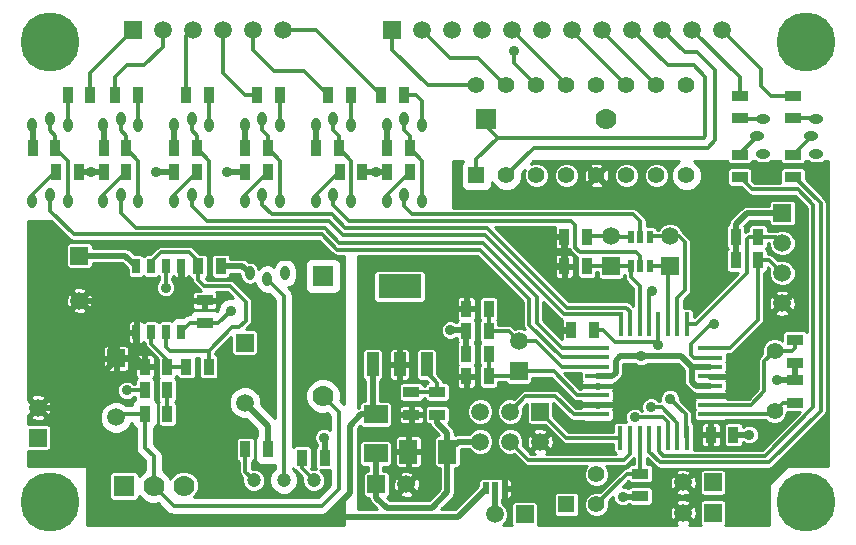
<source format=gbl>
G04 (created by PCBNEW (2013-07-07 BZR 4022)-stable) date 2015-02-26 23:16:54*
%MOIN*%
G04 Gerber Fmt 3.4, Leading zero omitted, Abs format*
%FSLAX34Y34*%
G01*
G70*
G90*
G04 APERTURE LIST*
%ADD10C,0.00629921*%
%ADD11C,0.07*%
%ADD12R,0.07X0.07*%
%ADD13R,0.055X0.055*%
%ADD14C,0.055*%
%ADD15R,0.035X0.055*%
%ADD16R,0.055X0.035*%
%ADD17R,0.025X0.05*%
%ADD18R,0.144X0.08*%
%ADD19R,0.04X0.08*%
%ADD20R,0.0787X0.0177*%
%ADD21R,0.0177X0.0787*%
%ADD22R,0.019685X0.0393701*%
%ADD23O,0.0314961X0.0472441*%
%ADD24C,0.1969*%
%ADD25R,0.06X0.08*%
%ADD26R,0.08X0.06*%
%ADD27R,0.0590551X0.0590551*%
%ADD28C,0.0590551*%
%ADD29O,0.0472441X0.0314961*%
%ADD30C,0.0591*%
%ADD31R,0.0591X0.0591*%
%ADD32C,0.0472*%
%ADD33C,0.0354331*%
%ADD34C,0.011811*%
%ADD35C,0.019685*%
%ADD36C,0.01*%
G04 APERTURE END LIST*
G54D10*
G54D11*
X10275Y4732D03*
G54D12*
X10275Y8732D03*
G54D11*
X19716Y13976D03*
G54D12*
X15716Y13976D03*
G54D13*
X15397Y12082D03*
G54D14*
X16397Y12082D03*
X17397Y12082D03*
X18397Y12082D03*
X19397Y12082D03*
X20397Y12082D03*
X21397Y12082D03*
X22397Y12082D03*
X22397Y15082D03*
X21397Y15082D03*
X20397Y15082D03*
X19397Y15082D03*
X18397Y15082D03*
X17397Y15082D03*
X16397Y15082D03*
X15397Y15082D03*
G54D15*
X609Y12992D03*
X1359Y12992D03*
X9585Y2677D03*
X10335Y2677D03*
X12420Y12204D03*
X13170Y12204D03*
X8445Y2952D03*
X7695Y2952D03*
X18325Y10039D03*
X19075Y10039D03*
X18325Y9055D03*
X19075Y9055D03*
G54D16*
X24173Y12776D03*
X24173Y12026D03*
X6338Y7914D03*
X6338Y7164D03*
G54D15*
X5727Y5708D03*
X6477Y5708D03*
X1771Y14763D03*
X2521Y14763D03*
X15808Y6141D03*
X15058Y6141D03*
X4349Y5708D03*
X5099Y5708D03*
X15058Y7637D03*
X15808Y7637D03*
X15808Y6889D03*
X15058Y6889D03*
X23217Y3444D03*
X23967Y3444D03*
G54D16*
X14094Y4113D03*
X14094Y4863D03*
X13228Y4113D03*
X13228Y4863D03*
G54D15*
X12973Y14763D03*
X12223Y14763D03*
X24784Y10039D03*
X24034Y10039D03*
X24784Y9251D03*
X24034Y9251D03*
X15058Y5393D03*
X15808Y5393D03*
X12420Y12992D03*
X13170Y12992D03*
G54D16*
X25944Y14745D03*
X25944Y13995D03*
X24173Y14745D03*
X24173Y13995D03*
G54D15*
X11201Y14763D03*
X10451Y14763D03*
X11595Y12204D03*
X10845Y12204D03*
X10058Y12992D03*
X10808Y12992D03*
X5099Y4921D03*
X4349Y4921D03*
X8839Y14763D03*
X8089Y14763D03*
X7695Y12204D03*
X8445Y12204D03*
X2146Y12185D03*
X1396Y12185D03*
G54D16*
X26023Y4506D03*
X26023Y5256D03*
X26023Y6595D03*
X26023Y5845D03*
G54D15*
X6477Y14763D03*
X5727Y14763D03*
X5333Y12204D03*
X6083Y12204D03*
X5333Y12992D03*
X6083Y12992D03*
X4349Y4133D03*
X5099Y4133D03*
X18562Y6929D03*
X19312Y6929D03*
X4115Y14763D03*
X3365Y14763D03*
X2971Y12204D03*
X3721Y12204D03*
X2971Y12992D03*
X3721Y12992D03*
G54D16*
X25944Y12776D03*
X25944Y12026D03*
G54D15*
X6121Y9055D03*
X6871Y9055D03*
X7695Y12992D03*
X8445Y12992D03*
G54D17*
X4053Y9052D03*
X4553Y9052D03*
X5053Y9052D03*
X5553Y9052D03*
X5553Y6852D03*
X5053Y6852D03*
X4553Y6852D03*
X4053Y6852D03*
G54D18*
X12834Y8386D03*
G54D19*
X12834Y5786D03*
X11934Y5786D03*
X13734Y5786D03*
G54D20*
X23195Y4123D03*
X23195Y4438D03*
X23195Y4753D03*
X23195Y5068D03*
X23195Y5383D03*
X23195Y5698D03*
X23195Y6013D03*
X23195Y6328D03*
X19429Y6326D03*
X19429Y4116D03*
X19429Y4436D03*
X19429Y4756D03*
X19429Y5066D03*
X19429Y5386D03*
X19429Y5696D03*
X19429Y6016D03*
G54D21*
X22411Y7116D03*
X22097Y7116D03*
X21781Y7116D03*
X21467Y7116D03*
X21151Y7116D03*
X20837Y7116D03*
X20521Y7116D03*
X20207Y7116D03*
X22409Y3336D03*
X22099Y3336D03*
X21779Y3336D03*
X21469Y3336D03*
X21159Y3336D03*
X20839Y3336D03*
X20519Y3336D03*
X20199Y3336D03*
G54D22*
X15708Y1653D03*
X16023Y1653D03*
X16338Y1653D03*
X20551Y9055D03*
X20866Y9055D03*
X21181Y9055D03*
X20551Y10039D03*
X20866Y10039D03*
X21181Y10039D03*
G54D23*
X9015Y8818D03*
X8425Y8622D03*
X7834Y8818D03*
G54D24*
X1181Y16535D03*
X26377Y16535D03*
X26377Y1181D03*
X1181Y1181D03*
G54D25*
X13129Y2874D03*
X14429Y2874D03*
G54D26*
X12037Y4114D03*
X12037Y2814D03*
G54D16*
X20866Y2146D03*
X20866Y1396D03*
G54D27*
X3937Y16929D03*
G54D28*
X4937Y16929D03*
X5937Y16929D03*
X6937Y16929D03*
X7937Y16929D03*
X8937Y16929D03*
G54D27*
X12598Y16929D03*
G54D28*
X13598Y16929D03*
X14598Y16929D03*
X15598Y16929D03*
X16598Y16929D03*
X17598Y16929D03*
X18598Y16929D03*
X19598Y16929D03*
X20598Y16929D03*
X21598Y16929D03*
X22598Y16929D03*
X23598Y16929D03*
G54D29*
X26732Y12795D03*
X26535Y13385D03*
X26732Y13976D03*
G54D23*
X12401Y13779D03*
X12992Y13976D03*
X13582Y13779D03*
X12401Y11220D03*
X12992Y11417D03*
X13582Y11220D03*
G54D29*
X24960Y12795D03*
X24763Y13385D03*
X24960Y13976D03*
G54D23*
X10039Y13779D03*
X10629Y13976D03*
X11220Y13779D03*
X7677Y13779D03*
X8267Y13976D03*
X8858Y13779D03*
X7677Y11220D03*
X8267Y11417D03*
X8858Y11220D03*
X5314Y13779D03*
X5905Y13976D03*
X6496Y13779D03*
X5314Y11220D03*
X5905Y11417D03*
X6496Y11220D03*
X2952Y13779D03*
X3543Y13976D03*
X4133Y13779D03*
X2952Y11220D03*
X3543Y11417D03*
X4133Y11220D03*
X590Y13779D03*
X1181Y13976D03*
X1771Y13779D03*
X10039Y11220D03*
X10629Y11417D03*
X11220Y11220D03*
X590Y11220D03*
X1181Y11417D03*
X1771Y11220D03*
G54D30*
X7677Y4511D03*
G54D31*
X7677Y6511D03*
X3385Y5984D03*
G54D30*
X3385Y4016D03*
X2165Y7913D03*
G54D31*
X2165Y9409D03*
G54D11*
X5645Y1732D03*
X4645Y1732D03*
G54D12*
X3645Y1732D03*
G54D32*
X7976Y1929D03*
X8976Y1929D03*
X9976Y1929D03*
G54D14*
X25334Y6236D03*
X25334Y4236D03*
G54D27*
X23287Y1850D03*
G54D28*
X22287Y1850D03*
G54D27*
X21850Y9055D03*
G54D28*
X21850Y10055D03*
G54D27*
X16811Y5551D03*
G54D28*
X16811Y6551D03*
G54D27*
X12066Y1781D03*
G54D28*
X13066Y1781D03*
G54D27*
X23287Y846D03*
G54D28*
X22287Y846D03*
G54D27*
X19881Y9055D03*
G54D28*
X19881Y10055D03*
G54D27*
X17007Y787D03*
G54D28*
X16007Y787D03*
G54D27*
X787Y3346D03*
G54D28*
X787Y4346D03*
G54D27*
X17519Y4212D03*
G54D28*
X17519Y3212D03*
X16519Y4212D03*
X16519Y3212D03*
X15519Y4212D03*
X15519Y3212D03*
G54D13*
X18397Y1114D03*
G54D14*
X19397Y1114D03*
X19397Y2114D03*
G54D27*
X25590Y10826D03*
G54D28*
X25590Y9826D03*
X25590Y8826D03*
X25590Y7826D03*
G54D33*
X23307Y7125D03*
X21850Y4645D03*
X21220Y4370D03*
X20669Y4015D03*
X16653Y16220D03*
X7204Y7578D03*
X5039Y8346D03*
X21466Y6437D03*
X21259Y8228D03*
X17687Y11190D03*
X17677Y9074D03*
X17893Y7283D03*
X16732Y7283D03*
X20275Y1377D03*
X2559Y12194D03*
X12047Y12204D03*
X25433Y5275D03*
X24498Y3444D03*
X20885Y6053D03*
X10314Y3346D03*
X3740Y4921D03*
X14527Y6929D03*
X7086Y12204D03*
X4724Y12204D03*
G54D34*
X2521Y14763D02*
X2521Y15513D01*
X2521Y15513D02*
X3937Y16929D01*
X4937Y16929D02*
X4937Y16354D01*
X3365Y15373D02*
X3365Y14763D01*
X3740Y15748D02*
X3365Y15373D01*
X4330Y15748D02*
X3740Y15748D01*
X4937Y16354D02*
X4330Y15748D01*
X5937Y16929D02*
X5727Y16719D01*
X5727Y16719D02*
X5727Y14763D01*
X6937Y16929D02*
X6937Y15503D01*
X7677Y14763D02*
X8089Y14763D01*
X6937Y15503D02*
X7677Y14763D01*
X7937Y16929D02*
X7937Y16275D01*
X9664Y15551D02*
X10451Y14763D01*
X8661Y15551D02*
X9664Y15551D01*
X7937Y16275D02*
X8661Y15551D01*
X8937Y16929D02*
X10058Y16929D01*
X10058Y16929D02*
X12223Y14763D01*
X19429Y4756D02*
X18767Y4756D01*
X17972Y5551D02*
X16811Y5551D01*
X18767Y4756D02*
X17972Y5551D01*
X16811Y5551D02*
X16653Y5393D01*
X16653Y5393D02*
X15808Y5393D01*
X15808Y5393D02*
X15808Y6141D01*
X16811Y6551D02*
X17394Y6551D01*
X18249Y5696D02*
X19429Y5696D01*
X17394Y6551D02*
X18249Y5696D01*
X16811Y6551D02*
X16472Y6889D01*
X16472Y6889D02*
X15808Y6889D01*
X15808Y6889D02*
X15808Y7637D01*
X15863Y6944D02*
X15808Y6889D01*
X13734Y5786D02*
X13734Y5517D01*
X14094Y5157D02*
X14094Y4863D01*
X13734Y5517D02*
X14094Y5157D01*
X13228Y4863D02*
X14094Y4863D01*
X1771Y14763D02*
X1771Y13779D01*
X4115Y14763D02*
X4115Y13798D01*
X4115Y13798D02*
X4133Y13779D01*
X6477Y14763D02*
X6477Y13798D01*
X6477Y13798D02*
X6496Y13779D01*
X8839Y14763D02*
X8839Y13798D01*
X8839Y13798D02*
X8858Y13779D01*
X11201Y14763D02*
X11201Y13798D01*
X11201Y13798D02*
X11220Y13779D01*
X12973Y14763D02*
X13385Y14763D01*
X13582Y14566D02*
X13582Y13779D01*
X13385Y14763D02*
X13582Y14566D01*
X22411Y7116D02*
X22707Y7116D01*
X24488Y10039D02*
X24784Y10039D01*
X24409Y9960D02*
X24488Y10039D01*
X24409Y8818D02*
X24409Y9960D01*
X22707Y7116D02*
X24409Y8818D01*
X24784Y10039D02*
X25377Y10039D01*
X25377Y10039D02*
X25590Y9826D01*
X23228Y7125D02*
X23307Y7125D01*
X23195Y6013D02*
X22647Y6013D01*
X22559Y6102D02*
X22647Y6013D01*
X22559Y6456D02*
X22559Y6102D01*
X22559Y6456D02*
X23228Y7125D01*
X22381Y3363D02*
X22381Y4114D01*
X22381Y4114D02*
X21850Y4645D01*
X22409Y3336D02*
X22381Y3363D01*
X22099Y3336D02*
X22099Y3845D01*
X21574Y4370D02*
X21220Y4370D01*
X22099Y3845D02*
X21574Y4370D01*
X21779Y3336D02*
X21779Y3850D01*
X21614Y4015D02*
X20669Y4015D01*
X21779Y3850D02*
X21614Y4015D01*
G54D35*
X16023Y1653D02*
X16007Y1637D01*
X16007Y1637D02*
X16007Y787D01*
G54D34*
X19397Y1114D02*
X20430Y2146D01*
X20430Y2146D02*
X20866Y2146D01*
X20839Y3336D02*
X20866Y3309D01*
X20866Y3309D02*
X20866Y2146D01*
X23195Y6328D02*
X23848Y6328D01*
X24784Y7264D02*
X24784Y9251D01*
X23848Y6328D02*
X24784Y7264D01*
X24784Y9251D02*
X25165Y9251D01*
X25165Y9251D02*
X25590Y8826D01*
X15397Y15082D02*
X13785Y15082D01*
X12598Y16269D02*
X12598Y16929D01*
X13785Y15082D02*
X12598Y16269D01*
X13598Y16929D02*
X14513Y16013D01*
X16397Y15078D02*
X16397Y15082D01*
X15462Y16013D02*
X16397Y15078D01*
X14513Y16013D02*
X15462Y16013D01*
X16598Y16929D02*
X18397Y15129D01*
X18397Y15129D02*
X18397Y15082D01*
X16653Y15826D02*
X17397Y15082D01*
X16653Y16220D02*
X16653Y15826D01*
X18598Y16929D02*
X18598Y16881D01*
X18598Y16881D02*
X20397Y15082D01*
X19598Y16929D02*
X19598Y16881D01*
X19598Y16881D02*
X21397Y15082D01*
X15716Y13976D02*
X15716Y13732D01*
X15716Y13732D02*
X16102Y13346D01*
X15716Y13976D02*
X15748Y13944D01*
X20598Y16929D02*
X21779Y15748D01*
X21779Y15748D02*
X22637Y15748D01*
X22637Y15748D02*
X23031Y15354D01*
X23031Y15354D02*
X23031Y13385D01*
X23031Y13385D02*
X22992Y13346D01*
X22992Y13346D02*
X16102Y13346D01*
X15397Y12641D02*
X15397Y12082D01*
X16102Y13346D02*
X15397Y12641D01*
X21598Y16929D02*
X21598Y16944D01*
X17326Y13011D02*
X16397Y12082D01*
X23102Y13011D02*
X17326Y13011D01*
X23346Y13255D02*
X23102Y13011D01*
X23346Y15580D02*
X23346Y13255D01*
X22739Y16187D02*
X23346Y15580D01*
X22356Y16187D02*
X22739Y16187D01*
X21598Y16944D02*
X22356Y16187D01*
X22598Y16929D02*
X24173Y15354D01*
X24173Y15354D02*
X24173Y14745D01*
X24763Y13385D02*
X24173Y12795D01*
X24173Y12795D02*
X24173Y12776D01*
X24173Y13995D02*
X24191Y13976D01*
X24191Y13976D02*
X24960Y13976D01*
X23598Y16929D02*
X24881Y15645D01*
X25215Y14745D02*
X25944Y14745D01*
X24881Y15078D02*
X25215Y14745D01*
X24881Y15645D02*
X24881Y15078D01*
X25944Y12776D02*
X26535Y13367D01*
X26535Y13367D02*
X26535Y13385D01*
X26732Y13976D02*
X26713Y13995D01*
X26713Y13995D02*
X25944Y13995D01*
X4553Y6852D02*
X4553Y6470D01*
X5099Y5924D02*
X5099Y5708D01*
X4553Y6470D02*
X5099Y5924D01*
X5727Y5708D02*
X5099Y5708D01*
X8976Y7480D02*
X8976Y8070D01*
X8976Y8070D02*
X8425Y8622D01*
X8976Y1929D02*
X8976Y7480D01*
X8976Y7480D02*
X8976Y7559D01*
X6338Y7164D02*
X6790Y7164D01*
X6790Y7164D02*
X7204Y7578D01*
X5553Y6852D02*
X5864Y7164D01*
X5864Y7164D02*
X6338Y7164D01*
X5039Y8346D02*
X5039Y9038D01*
X5039Y9038D02*
X5053Y9052D01*
X5099Y4921D02*
X5099Y4133D01*
X9585Y2677D02*
X9585Y2319D01*
X9585Y2319D02*
X9976Y1929D01*
X7695Y2952D02*
X7695Y2209D01*
X7695Y2209D02*
X7976Y1929D01*
X5053Y6852D02*
X5053Y6364D01*
X6456Y6220D02*
X6477Y6199D01*
X5196Y6220D02*
X6456Y6220D01*
X5053Y6364D02*
X5196Y6220D01*
X6121Y9055D02*
X6121Y8603D01*
X6121Y8603D02*
X6318Y8405D01*
X6318Y8405D02*
X7185Y8405D01*
X7185Y8405D02*
X7716Y7874D01*
X7716Y7874D02*
X7716Y7244D01*
X7716Y7244D02*
X7500Y7027D01*
X7500Y7027D02*
X7263Y7027D01*
X7263Y7027D02*
X6477Y6241D01*
X6477Y6241D02*
X6477Y6199D01*
X6477Y6199D02*
X6477Y5708D01*
X4553Y9052D02*
X4553Y9198D01*
X6121Y9233D02*
X6121Y9055D01*
X5826Y9527D02*
X6121Y9233D01*
X4881Y9527D02*
X5826Y9527D01*
X4553Y9198D02*
X4881Y9527D01*
X5039Y6838D02*
X5053Y6852D01*
G54D35*
X3228Y7913D02*
X2165Y7913D01*
X11934Y5786D02*
X11934Y4217D01*
X11934Y4217D02*
X12037Y4114D01*
X11181Y1496D02*
X11181Y3730D01*
X10393Y708D02*
X11181Y1496D01*
X11565Y4114D02*
X12037Y4114D01*
X11181Y3730D02*
X11565Y4114D01*
X3385Y5984D02*
X3385Y5937D01*
X3385Y5937D02*
X1795Y4346D01*
X5553Y9052D02*
X5553Y7913D01*
X5553Y7913D02*
X5551Y7913D01*
X4053Y6004D02*
X4032Y5984D01*
X4032Y5984D02*
X3385Y5984D01*
X6338Y7914D02*
X6337Y7913D01*
X6337Y7913D02*
X5551Y7913D01*
X5551Y7913D02*
X3228Y7913D01*
X3228Y7913D02*
X3228Y6141D01*
X3228Y6141D02*
X3385Y5984D01*
X4349Y5708D02*
X4053Y6004D01*
X4053Y6004D02*
X4053Y6852D01*
X10393Y708D02*
X14783Y708D01*
X15712Y1637D02*
X15708Y1653D01*
X14783Y708D02*
X15712Y1637D01*
X787Y4346D02*
X1795Y4346D01*
X3425Y708D02*
X10393Y708D01*
X1795Y4346D02*
X2637Y3503D01*
X2637Y3503D02*
X2637Y1496D01*
X2637Y1496D02*
X3425Y708D01*
G54D34*
X10275Y4732D02*
X10826Y4181D01*
X5314Y1062D02*
X4645Y1732D01*
X10246Y1062D02*
X5314Y1062D01*
X10826Y1642D02*
X10246Y1062D01*
X10826Y4181D02*
X10826Y1642D01*
X4645Y1732D02*
X4645Y2716D01*
X4349Y3012D02*
X4349Y4133D01*
X4645Y2716D02*
X4349Y3012D01*
X4349Y4133D02*
X3503Y4133D01*
X3503Y4133D02*
X3385Y4016D01*
X26633Y4350D02*
X25019Y2736D01*
X24173Y12026D02*
X24585Y11614D01*
X26102Y11614D02*
X24585Y11614D01*
X26633Y11082D02*
X26633Y4350D01*
X26102Y11614D02*
X26633Y11082D01*
X25019Y2736D02*
X21614Y2736D01*
X21469Y2881D02*
X21614Y2736D01*
X21469Y3336D02*
X21469Y2881D01*
X20199Y3336D02*
X18395Y3336D01*
X18395Y3336D02*
X17519Y4212D01*
X20519Y3336D02*
X20519Y2802D01*
X17133Y2598D02*
X16519Y3212D01*
X20314Y2598D02*
X17133Y2598D01*
X20519Y2802D02*
X20314Y2598D01*
X590Y11220D02*
X590Y11436D01*
X590Y11436D02*
X1359Y12204D01*
X3721Y12204D02*
X2952Y11436D01*
X2952Y11436D02*
X2952Y11220D01*
X5314Y11220D02*
X5314Y11436D01*
X5314Y11436D02*
X6083Y12204D01*
X7677Y11220D02*
X7677Y11436D01*
X7677Y11436D02*
X8445Y12204D01*
X10039Y11220D02*
X10039Y11436D01*
X10039Y11436D02*
X10808Y12204D01*
X12401Y11436D02*
X13170Y12204D01*
X12401Y11220D02*
X12401Y11436D01*
X1181Y13976D02*
X1181Y13582D01*
X1359Y13404D02*
X1359Y12992D01*
X1181Y13582D02*
X1359Y13404D01*
X1771Y11220D02*
X1771Y12579D01*
X1771Y12579D02*
X1359Y12992D01*
X3543Y13976D02*
X3543Y13582D01*
X3721Y13404D02*
X3721Y12992D01*
X3543Y13582D02*
X3721Y13404D01*
X4133Y11220D02*
X4133Y12579D01*
X4133Y12579D02*
X3721Y12992D01*
X5905Y13976D02*
X5905Y13582D01*
X6083Y13404D02*
X6083Y12992D01*
X5905Y13582D02*
X6083Y13404D01*
X6496Y11220D02*
X6496Y12579D01*
X6496Y12579D02*
X6083Y12992D01*
X8267Y13976D02*
X8267Y13582D01*
X8445Y13404D02*
X8445Y12992D01*
X8267Y13582D02*
X8445Y13404D01*
X8858Y11220D02*
X8858Y12579D01*
X8858Y12579D02*
X8445Y12992D01*
X10629Y13976D02*
X10629Y13582D01*
X10808Y13404D02*
X10808Y12992D01*
X10629Y13582D02*
X10808Y13404D01*
X11220Y11220D02*
X11220Y12579D01*
X11220Y12579D02*
X10808Y12992D01*
X12992Y13976D02*
X12992Y13582D01*
X13170Y13404D02*
X13170Y12992D01*
X12992Y13582D02*
X13170Y13404D01*
X13582Y11220D02*
X13582Y12579D01*
X13582Y12579D02*
X13170Y12992D01*
X25944Y12026D02*
X25996Y12026D01*
X21159Y2876D02*
X21159Y3336D01*
X21515Y2519D02*
X25148Y2519D01*
X21159Y2876D02*
X21515Y2519D01*
X26870Y4241D02*
X25148Y2519D01*
X26870Y11152D02*
X26870Y4241D01*
X25996Y12026D02*
X26870Y11152D01*
X20009Y6525D02*
X21377Y6525D01*
X19606Y6929D02*
X20009Y6525D01*
X19312Y6929D02*
X19606Y6929D01*
X21467Y6437D02*
X21466Y6437D01*
X21467Y6437D02*
X21467Y7116D01*
X21377Y6525D02*
X21466Y6437D01*
X21850Y9055D02*
X21181Y9055D01*
X21850Y9055D02*
X21781Y8985D01*
X21781Y8985D02*
X21781Y7116D01*
X17165Y7948D02*
X15507Y9606D01*
X17165Y7948D02*
X17165Y7086D01*
X17165Y7086D02*
X18235Y6016D01*
X19429Y6016D02*
X18235Y6016D01*
X15507Y9606D02*
X10748Y9606D01*
X1968Y10118D02*
X10236Y10118D01*
X1181Y10905D02*
X1968Y10118D01*
X1181Y10905D02*
X1181Y11417D01*
X10236Y10118D02*
X10748Y9606D01*
X15610Y9842D02*
X10826Y9842D01*
X19429Y6326D02*
X18260Y6326D01*
X17421Y7165D02*
X17421Y8031D01*
X18260Y6326D02*
X17421Y7165D01*
X17421Y8031D02*
X15610Y9842D01*
X4035Y10334D02*
X10334Y10334D01*
X4035Y10334D02*
X3543Y10826D01*
X3543Y10826D02*
X3543Y11417D01*
X10334Y10334D02*
X10826Y9842D01*
X18325Y7460D02*
X15687Y10098D01*
X6417Y10551D02*
X10492Y10551D01*
X5905Y11062D02*
X6417Y10551D01*
X5905Y11062D02*
X5905Y11417D01*
X10492Y10551D02*
X10944Y10098D01*
X10944Y10098D02*
X15687Y10098D01*
X18325Y7460D02*
X20207Y7460D01*
X20207Y7116D02*
X20207Y7460D01*
X15757Y10334D02*
X18414Y7677D01*
X8267Y11417D02*
X8267Y11102D01*
X8582Y10787D02*
X8267Y11102D01*
X10570Y10787D02*
X8582Y10787D01*
X11023Y10334D02*
X10570Y10787D01*
X11023Y10334D02*
X15757Y10334D01*
X18414Y7677D02*
X20393Y7677D01*
X20521Y7549D02*
X20393Y7677D01*
X20521Y7549D02*
X20521Y7116D01*
X11161Y10570D02*
X18562Y10570D01*
X20866Y9389D02*
X20866Y9055D01*
X20728Y9527D02*
X20866Y9389D01*
X18838Y9527D02*
X20728Y9527D01*
X18700Y9665D02*
X18838Y9527D01*
X18700Y10433D02*
X18700Y9665D01*
X18562Y10570D02*
X18700Y10433D01*
X10629Y11417D02*
X10629Y11102D01*
X10629Y11102D02*
X11161Y10570D01*
X12992Y11417D02*
X12992Y11062D01*
X20866Y10551D02*
X20866Y10039D01*
X20629Y10787D02*
X20866Y10551D01*
X13267Y10787D02*
X20629Y10787D01*
X12992Y11062D02*
X13267Y10787D01*
X16519Y4212D02*
X17031Y4724D01*
X18639Y4116D02*
X19429Y4116D01*
X18031Y4724D02*
X18639Y4116D01*
X17031Y4724D02*
X18031Y4724D01*
X21151Y7116D02*
X21151Y8119D01*
X21151Y8119D02*
X21259Y8228D01*
X19881Y10055D02*
X19091Y10055D01*
X19091Y10055D02*
X19075Y10039D01*
X20551Y10039D02*
X19897Y10039D01*
X19897Y10039D02*
X19881Y10055D01*
X20837Y7116D02*
X20837Y8395D01*
X20551Y8681D02*
X20551Y9055D01*
X20837Y8395D02*
X20551Y8681D01*
X19075Y9055D02*
X19881Y9055D01*
X19881Y9055D02*
X20551Y9055D01*
X21850Y10055D02*
X21196Y10055D01*
X21196Y10055D02*
X21181Y10039D01*
X21850Y10055D02*
X22149Y10055D01*
X22097Y8002D02*
X22097Y7116D01*
X22342Y8248D02*
X22097Y8002D01*
X22342Y9862D02*
X22342Y8248D01*
X22149Y10055D02*
X22342Y9862D01*
G54D35*
X17687Y11190D02*
X17677Y11190D01*
X18325Y9055D02*
X18325Y10039D01*
X17696Y9055D02*
X18325Y9055D01*
X17677Y9074D02*
X17696Y9055D01*
X18248Y6929D02*
X17893Y7283D01*
X18248Y6929D02*
X18562Y6929D01*
G54D34*
X25334Y6236D02*
X25000Y5901D01*
X24556Y4438D02*
X23195Y4438D01*
X25000Y4881D02*
X24556Y4438D01*
X25000Y5901D02*
X25000Y4881D01*
X25334Y6236D02*
X25929Y6236D01*
X26023Y6330D02*
X26023Y6595D01*
X25929Y6236D02*
X26023Y6330D01*
X25334Y4236D02*
X25605Y4506D01*
X25605Y4506D02*
X26023Y4506D01*
X23195Y4123D02*
X25221Y4123D01*
X25221Y4123D02*
X25334Y4236D01*
G54D35*
X2165Y9409D02*
X3228Y9409D01*
X3696Y9409D02*
X3228Y9409D01*
X3696Y9409D02*
X4053Y9052D01*
X20866Y1396D02*
X20847Y1377D01*
X20847Y1377D02*
X20275Y1377D01*
X2559Y12194D02*
X2156Y12194D01*
X2156Y12194D02*
X2146Y12185D01*
X2971Y12204D02*
X2568Y12204D01*
X2568Y12204D02*
X2559Y12194D01*
X12066Y1781D02*
X12066Y1338D01*
X14429Y1516D02*
X14429Y2874D01*
X13917Y1003D02*
X14429Y1516D01*
X12401Y1003D02*
X13917Y1003D01*
X12066Y1338D02*
X12401Y1003D01*
X12037Y2814D02*
X12037Y1811D01*
X12037Y1811D02*
X12066Y1781D01*
X14094Y4113D02*
X14094Y3838D01*
X14094Y3838D02*
X14429Y3503D01*
X14429Y3503D02*
X14429Y2874D01*
X15519Y3212D02*
X14768Y3212D01*
X14768Y3212D02*
X14429Y2874D01*
X11595Y12204D02*
X12047Y12204D01*
X12047Y12204D02*
X12420Y12204D01*
X26023Y5256D02*
X26004Y5275D01*
X26004Y5275D02*
X25433Y5275D01*
X26023Y5845D02*
X26023Y5256D01*
X23967Y3444D02*
X24498Y3444D01*
X23195Y5068D02*
X22716Y5068D01*
X22579Y5206D02*
X22579Y5698D01*
X22716Y5068D02*
X22579Y5206D01*
X23195Y5698D02*
X22579Y5698D01*
X19923Y5386D02*
X19429Y5386D01*
X20039Y5501D02*
X19923Y5386D01*
X20039Y5895D02*
X20039Y5501D01*
X20196Y6053D02*
X20039Y5895D01*
X22224Y6053D02*
X20885Y6053D01*
X20885Y6053D02*
X20196Y6053D01*
X22579Y5698D02*
X22224Y6053D01*
X25590Y10826D02*
X24409Y10826D01*
X24034Y10039D02*
X24034Y10451D01*
X24034Y10451D02*
X24409Y10826D01*
X24034Y9251D02*
X24034Y10039D01*
X10335Y2677D02*
X10335Y3325D01*
X10335Y3325D02*
X10314Y3346D01*
G54D34*
X4349Y4921D02*
X3740Y4921D01*
G54D35*
X15058Y6889D02*
X15018Y6929D01*
X15018Y6929D02*
X14527Y6929D01*
X15058Y6889D02*
X15058Y6141D01*
X7695Y12204D02*
X7086Y12204D01*
X5333Y12204D02*
X4724Y12204D01*
X6871Y9055D02*
X7598Y9055D01*
X7598Y9055D02*
X7834Y8818D01*
X7677Y4511D02*
X8445Y3743D01*
X8445Y3743D02*
X8445Y2952D01*
X12420Y12992D02*
X12420Y13760D01*
X12420Y13760D02*
X12401Y13779D01*
X10058Y12992D02*
X10058Y13760D01*
X10058Y13760D02*
X10039Y13779D01*
X7695Y12992D02*
X7695Y13760D01*
X7695Y13760D02*
X7677Y13779D01*
X5333Y12992D02*
X5333Y13760D01*
X5333Y13760D02*
X5314Y13779D01*
X2971Y12992D02*
X2971Y13760D01*
X2971Y13760D02*
X2952Y13779D01*
X609Y12992D02*
X609Y13760D01*
X609Y13760D02*
X590Y13779D01*
G54D10*
G36*
X18619Y6879D02*
X18612Y6879D01*
X18612Y6871D01*
X18512Y6871D01*
X18512Y6879D01*
X18275Y6879D01*
X18238Y6842D01*
X18238Y6683D01*
X18238Y6641D01*
X17628Y7251D01*
X17628Y7863D01*
X18178Y7313D01*
X18178Y7313D01*
X18223Y7283D01*
X18245Y7268D01*
X18245Y7268D01*
X18252Y7267D01*
X18238Y7233D01*
X18238Y7174D01*
X18238Y7016D01*
X18275Y6979D01*
X18512Y6979D01*
X18512Y6987D01*
X18612Y6987D01*
X18612Y6979D01*
X18619Y6979D01*
X18619Y6879D01*
X18619Y6879D01*
G37*
G54D36*
X18619Y6879D02*
X18612Y6879D01*
X18612Y6871D01*
X18512Y6871D01*
X18512Y6879D01*
X18275Y6879D01*
X18238Y6842D01*
X18238Y6683D01*
X18238Y6641D01*
X17628Y7251D01*
X17628Y7863D01*
X18178Y7313D01*
X18178Y7313D01*
X18223Y7283D01*
X18245Y7268D01*
X18245Y7268D01*
X18252Y7267D01*
X18238Y7233D01*
X18238Y7174D01*
X18238Y7016D01*
X18275Y6979D01*
X18512Y6979D01*
X18512Y6987D01*
X18612Y6987D01*
X18612Y6979D01*
X18619Y6979D01*
X18619Y6879D01*
G54D10*
G36*
X20629Y7734D02*
X20540Y7823D01*
X20473Y7868D01*
X20393Y7884D01*
X18649Y7884D01*
X18649Y8809D01*
X18649Y9300D01*
X18649Y9359D01*
X18626Y9414D01*
X18584Y9456D01*
X18530Y9478D01*
X18412Y9478D01*
X18375Y9441D01*
X18375Y9105D01*
X18612Y9105D01*
X18649Y9142D01*
X18649Y9300D01*
X18649Y8809D01*
X18649Y8968D01*
X18612Y9005D01*
X18375Y9005D01*
X18375Y8668D01*
X18412Y8631D01*
X18530Y8631D01*
X18584Y8654D01*
X18626Y8695D01*
X18649Y8750D01*
X18649Y8809D01*
X18649Y7884D01*
X18500Y7884D01*
X18275Y8109D01*
X18275Y8668D01*
X18275Y9005D01*
X18275Y9105D01*
X18275Y9441D01*
X18275Y9653D01*
X18275Y9989D01*
X18039Y9989D01*
X18002Y9952D01*
X18002Y9793D01*
X18002Y9734D01*
X18025Y9680D01*
X18066Y9638D01*
X18121Y9615D01*
X18238Y9615D01*
X18275Y9653D01*
X18275Y9441D01*
X18238Y9478D01*
X18121Y9478D01*
X18066Y9456D01*
X18025Y9414D01*
X18002Y9359D01*
X18002Y9300D01*
X18002Y9142D01*
X18039Y9105D01*
X18275Y9105D01*
X18275Y9005D01*
X18039Y9005D01*
X18002Y8968D01*
X18002Y8809D01*
X18002Y8750D01*
X18025Y8695D01*
X18066Y8654D01*
X18121Y8631D01*
X18238Y8631D01*
X18275Y8668D01*
X18275Y8109D01*
X16021Y10363D01*
X18010Y10363D01*
X18002Y10344D01*
X18002Y10284D01*
X18002Y10126D01*
X18039Y10089D01*
X18275Y10089D01*
X18275Y10097D01*
X18375Y10097D01*
X18375Y10089D01*
X18383Y10089D01*
X18383Y9989D01*
X18375Y9989D01*
X18375Y9653D01*
X18412Y9615D01*
X18503Y9615D01*
X18503Y9615D01*
X18509Y9585D01*
X18554Y9518D01*
X18691Y9380D01*
X18691Y9380D01*
X18736Y9350D01*
X18752Y9340D01*
X18752Y9300D01*
X18752Y8750D01*
X18774Y8696D01*
X18816Y8654D01*
X18871Y8631D01*
X18930Y8631D01*
X19280Y8631D01*
X19334Y8654D01*
X19376Y8695D01*
X19399Y8750D01*
X19399Y8809D01*
X19399Y8847D01*
X19438Y8847D01*
X19438Y8730D01*
X19460Y8675D01*
X19502Y8634D01*
X19556Y8611D01*
X19616Y8611D01*
X20206Y8611D01*
X20261Y8633D01*
X20302Y8675D01*
X20325Y8730D01*
X20325Y8777D01*
X20326Y8774D01*
X20343Y8757D01*
X20343Y8681D01*
X20359Y8601D01*
X20404Y8534D01*
X20629Y8309D01*
X20629Y7734D01*
X20629Y7734D01*
G37*
G54D36*
X20629Y7734D02*
X20540Y7823D01*
X20473Y7868D01*
X20393Y7884D01*
X18649Y7884D01*
X18649Y8809D01*
X18649Y9300D01*
X18649Y9359D01*
X18626Y9414D01*
X18584Y9456D01*
X18530Y9478D01*
X18412Y9478D01*
X18375Y9441D01*
X18375Y9105D01*
X18612Y9105D01*
X18649Y9142D01*
X18649Y9300D01*
X18649Y8809D01*
X18649Y8968D01*
X18612Y9005D01*
X18375Y9005D01*
X18375Y8668D01*
X18412Y8631D01*
X18530Y8631D01*
X18584Y8654D01*
X18626Y8695D01*
X18649Y8750D01*
X18649Y8809D01*
X18649Y7884D01*
X18500Y7884D01*
X18275Y8109D01*
X18275Y8668D01*
X18275Y9005D01*
X18275Y9105D01*
X18275Y9441D01*
X18275Y9653D01*
X18275Y9989D01*
X18039Y9989D01*
X18002Y9952D01*
X18002Y9793D01*
X18002Y9734D01*
X18025Y9680D01*
X18066Y9638D01*
X18121Y9615D01*
X18238Y9615D01*
X18275Y9653D01*
X18275Y9441D01*
X18238Y9478D01*
X18121Y9478D01*
X18066Y9456D01*
X18025Y9414D01*
X18002Y9359D01*
X18002Y9300D01*
X18002Y9142D01*
X18039Y9105D01*
X18275Y9105D01*
X18275Y9005D01*
X18039Y9005D01*
X18002Y8968D01*
X18002Y8809D01*
X18002Y8750D01*
X18025Y8695D01*
X18066Y8654D01*
X18121Y8631D01*
X18238Y8631D01*
X18275Y8668D01*
X18275Y8109D01*
X16021Y10363D01*
X18010Y10363D01*
X18002Y10344D01*
X18002Y10284D01*
X18002Y10126D01*
X18039Y10089D01*
X18275Y10089D01*
X18275Y10097D01*
X18375Y10097D01*
X18375Y10089D01*
X18383Y10089D01*
X18383Y9989D01*
X18375Y9989D01*
X18375Y9653D01*
X18412Y9615D01*
X18503Y9615D01*
X18503Y9615D01*
X18509Y9585D01*
X18554Y9518D01*
X18691Y9380D01*
X18691Y9380D01*
X18736Y9350D01*
X18752Y9340D01*
X18752Y9300D01*
X18752Y8750D01*
X18774Y8696D01*
X18816Y8654D01*
X18871Y8631D01*
X18930Y8631D01*
X19280Y8631D01*
X19334Y8654D01*
X19376Y8695D01*
X19399Y8750D01*
X19399Y8809D01*
X19399Y8847D01*
X19438Y8847D01*
X19438Y8730D01*
X19460Y8675D01*
X19502Y8634D01*
X19556Y8611D01*
X19616Y8611D01*
X20206Y8611D01*
X20261Y8633D01*
X20302Y8675D01*
X20325Y8730D01*
X20325Y8777D01*
X20326Y8774D01*
X20343Y8757D01*
X20343Y8681D01*
X20359Y8601D01*
X20404Y8534D01*
X20629Y8309D01*
X20629Y7734D01*
G54D10*
G36*
X27115Y2412D02*
X27077Y2412D01*
X27077Y4241D01*
X27077Y11152D01*
X27061Y11232D01*
X27061Y11232D01*
X27046Y11254D01*
X27016Y11299D01*
X27016Y11299D01*
X26368Y11947D01*
X26368Y12230D01*
X26345Y12285D01*
X26304Y12327D01*
X26249Y12349D01*
X26190Y12350D01*
X25640Y12350D01*
X25585Y12327D01*
X25544Y12285D01*
X25521Y12231D01*
X25521Y12172D01*
X25521Y11822D01*
X25521Y11821D01*
X24671Y11821D01*
X24596Y11896D01*
X24596Y12230D01*
X24574Y12285D01*
X24532Y12327D01*
X24477Y12349D01*
X24418Y12350D01*
X23868Y12350D01*
X23814Y12327D01*
X23772Y12285D01*
X23749Y12231D01*
X23749Y12172D01*
X23749Y11822D01*
X23772Y11767D01*
X23814Y11725D01*
X23868Y11703D01*
X23927Y11703D01*
X24203Y11703D01*
X24438Y11467D01*
X24438Y11467D01*
X24483Y11437D01*
X24506Y11422D01*
X24506Y11422D01*
X24585Y11406D01*
X26016Y11406D01*
X26426Y10996D01*
X26426Y6849D01*
X26424Y6854D01*
X26382Y6896D01*
X26328Y6918D01*
X26269Y6918D01*
X26039Y6918D01*
X26039Y7770D01*
X26026Y7946D01*
X25983Y8050D01*
X25917Y8082D01*
X25846Y8012D01*
X25846Y8153D01*
X25814Y8219D01*
X25646Y8275D01*
X25470Y8263D01*
X25366Y8219D01*
X25334Y8153D01*
X25590Y7897D01*
X25846Y8153D01*
X25846Y8012D01*
X25661Y7826D01*
X25917Y7570D01*
X25983Y7602D01*
X26039Y7770D01*
X26039Y6918D01*
X25846Y6918D01*
X25846Y7499D01*
X25590Y7756D01*
X25519Y7685D01*
X25519Y7826D01*
X25263Y8082D01*
X25197Y8050D01*
X25141Y7883D01*
X25154Y7707D01*
X25197Y7602D01*
X25263Y7570D01*
X25519Y7826D01*
X25519Y7685D01*
X25334Y7499D01*
X25366Y7433D01*
X25534Y7377D01*
X25710Y7390D01*
X25814Y7433D01*
X25846Y7499D01*
X25846Y6918D01*
X25719Y6918D01*
X25664Y6896D01*
X25622Y6854D01*
X25600Y6800D01*
X25600Y6741D01*
X25600Y6569D01*
X25574Y6594D01*
X25419Y6659D01*
X25250Y6659D01*
X25095Y6595D01*
X24975Y6476D01*
X24911Y6320D01*
X24911Y6152D01*
X24924Y6119D01*
X24853Y6048D01*
X24808Y5980D01*
X24792Y5901D01*
X24792Y4967D01*
X24470Y4646D01*
X23737Y4646D01*
X23737Y4694D01*
X23737Y4672D01*
X23700Y4709D01*
X23245Y4709D01*
X23245Y4695D01*
X23145Y4695D01*
X23145Y4709D01*
X22690Y4709D01*
X22653Y4672D01*
X22653Y4694D01*
X22653Y4635D01*
X22669Y4596D01*
X22653Y4556D01*
X22653Y4497D01*
X22653Y4320D01*
X22669Y4281D01*
X22653Y4241D01*
X22653Y4182D01*
X22653Y4005D01*
X22675Y3951D01*
X22717Y3909D01*
X22772Y3886D01*
X22831Y3886D01*
X23618Y3886D01*
X23672Y3909D01*
X23679Y3916D01*
X25055Y3916D01*
X25094Y3877D01*
X25250Y3812D01*
X25418Y3812D01*
X25574Y3877D01*
X25693Y3996D01*
X25757Y4151D01*
X25758Y4183D01*
X25778Y4183D01*
X26173Y4183D01*
X24933Y2943D01*
X24823Y2943D01*
X24823Y3509D01*
X24774Y3629D01*
X24682Y3720D01*
X24563Y3770D01*
X24433Y3770D01*
X24313Y3721D01*
X24290Y3698D01*
X24290Y3749D01*
X24268Y3803D01*
X24226Y3845D01*
X24172Y3868D01*
X24113Y3868D01*
X23763Y3868D01*
X23708Y3845D01*
X23666Y3804D01*
X23644Y3749D01*
X23644Y3690D01*
X23644Y3140D01*
X23666Y3085D01*
X23708Y3044D01*
X23762Y3021D01*
X23821Y3021D01*
X24171Y3021D01*
X24226Y3043D01*
X24268Y3085D01*
X24290Y3140D01*
X24290Y3191D01*
X24313Y3169D01*
X24432Y3119D01*
X24562Y3119D01*
X24682Y3168D01*
X24773Y3260D01*
X24823Y3379D01*
X24823Y3509D01*
X24823Y2943D01*
X23540Y2943D01*
X23540Y3199D01*
X23540Y3690D01*
X23540Y3749D01*
X23518Y3804D01*
X23476Y3845D01*
X23421Y3868D01*
X23304Y3868D01*
X23267Y3831D01*
X23267Y3494D01*
X23503Y3494D01*
X23540Y3531D01*
X23540Y3690D01*
X23540Y3199D01*
X23540Y3357D01*
X23503Y3394D01*
X23267Y3394D01*
X23267Y3058D01*
X23304Y3021D01*
X23421Y3021D01*
X23476Y3043D01*
X23518Y3085D01*
X23540Y3140D01*
X23540Y3199D01*
X23540Y2943D01*
X23167Y2943D01*
X23167Y3058D01*
X23167Y3394D01*
X23167Y3494D01*
X23167Y3831D01*
X23130Y3868D01*
X23013Y3868D01*
X22958Y3845D01*
X22916Y3804D01*
X22894Y3749D01*
X22894Y3690D01*
X22894Y3531D01*
X22931Y3494D01*
X23167Y3494D01*
X23167Y3394D01*
X22931Y3394D01*
X22894Y3357D01*
X22894Y3199D01*
X22894Y3140D01*
X22916Y3085D01*
X22958Y3043D01*
X23013Y3021D01*
X23130Y3021D01*
X23167Y3058D01*
X23167Y2943D01*
X22646Y2943D01*
X22646Y2972D01*
X22646Y3759D01*
X22623Y3814D01*
X22589Y3848D01*
X22589Y4114D01*
X22573Y4193D01*
X22573Y4193D01*
X22558Y4215D01*
X22528Y4260D01*
X22528Y4260D01*
X22175Y4613D01*
X22176Y4710D01*
X22126Y4829D01*
X22035Y4921D01*
X21915Y4971D01*
X21785Y4971D01*
X21666Y4921D01*
X21574Y4830D01*
X21524Y4710D01*
X21524Y4581D01*
X21526Y4577D01*
X21473Y4577D01*
X21405Y4645D01*
X21285Y4695D01*
X21155Y4695D01*
X21036Y4646D01*
X20944Y4554D01*
X20894Y4435D01*
X20894Y4305D01*
X20928Y4223D01*
X20922Y4223D01*
X20853Y4291D01*
X20734Y4341D01*
X20604Y4341D01*
X20485Y4291D01*
X20393Y4200D01*
X20343Y4080D01*
X20343Y3951D01*
X20377Y3868D01*
X20359Y3861D01*
X20317Y3878D01*
X20258Y3878D01*
X20081Y3878D01*
X20026Y3855D01*
X19984Y3814D01*
X19962Y3759D01*
X19962Y3700D01*
X19962Y3544D01*
X18481Y3544D01*
X17963Y4062D01*
X17963Y4499D01*
X18492Y3969D01*
X18492Y3969D01*
X18537Y3939D01*
X18559Y3924D01*
X18559Y3924D01*
X18639Y3909D01*
X18639Y3909D01*
X18944Y3909D01*
X18951Y3902D01*
X19006Y3879D01*
X19065Y3879D01*
X19852Y3879D01*
X19906Y3902D01*
X19948Y3943D01*
X19971Y3998D01*
X19971Y4057D01*
X19971Y4234D01*
X19953Y4276D01*
X19971Y4318D01*
X19971Y4377D01*
X19971Y4355D01*
X19934Y4392D01*
X19479Y4392D01*
X19479Y4378D01*
X19379Y4378D01*
X19379Y4392D01*
X18924Y4392D01*
X18887Y4355D01*
X18887Y4377D01*
X18887Y4324D01*
X18725Y4324D01*
X18178Y4871D01*
X18110Y4916D01*
X18031Y4931D01*
X17031Y4931D01*
X16952Y4916D01*
X16929Y4901D01*
X16884Y4871D01*
X16651Y4638D01*
X16608Y4656D01*
X16431Y4656D01*
X16268Y4588D01*
X16143Y4464D01*
X16076Y4301D01*
X16075Y4124D01*
X16143Y3961D01*
X16268Y3836D01*
X16431Y3768D01*
X16607Y3768D01*
X16770Y3836D01*
X16895Y3960D01*
X16963Y4123D01*
X16963Y4300D01*
X16945Y4344D01*
X17075Y4475D01*
X17075Y3887D01*
X17098Y3833D01*
X17140Y3791D01*
X17194Y3768D01*
X17253Y3768D01*
X17669Y3768D01*
X18249Y3189D01*
X18316Y3144D01*
X18316Y3144D01*
X18395Y3129D01*
X19962Y3129D01*
X19962Y2913D01*
X19984Y2859D01*
X20026Y2817D01*
X20053Y2805D01*
X17968Y2805D01*
X17968Y3156D01*
X17955Y3332D01*
X17912Y3436D01*
X17846Y3468D01*
X17775Y3398D01*
X17775Y3539D01*
X17743Y3605D01*
X17576Y3661D01*
X17399Y3648D01*
X17295Y3605D01*
X17263Y3539D01*
X17519Y3283D01*
X17775Y3539D01*
X17775Y3398D01*
X17590Y3212D01*
X17846Y2956D01*
X17912Y2988D01*
X17968Y3156D01*
X17968Y2805D01*
X17710Y2805D01*
X17743Y2819D01*
X17775Y2885D01*
X17519Y3141D01*
X17448Y3071D01*
X17448Y3212D01*
X17192Y3468D01*
X17126Y3436D01*
X17070Y3268D01*
X17083Y3092D01*
X17126Y2988D01*
X17192Y2956D01*
X17448Y3212D01*
X17448Y3071D01*
X17263Y2885D01*
X17295Y2819D01*
X17336Y2805D01*
X17219Y2805D01*
X16945Y3080D01*
X16963Y3123D01*
X16963Y3300D01*
X16896Y3463D01*
X16771Y3588D01*
X16608Y3656D01*
X16431Y3656D01*
X16268Y3588D01*
X16143Y3464D01*
X16076Y3301D01*
X16075Y3124D01*
X16143Y2961D01*
X16268Y2836D01*
X16431Y2768D01*
X16607Y2768D01*
X16651Y2787D01*
X16987Y2451D01*
X17054Y2406D01*
X17054Y2406D01*
X17133Y2390D01*
X19075Y2390D01*
X19038Y2354D01*
X18974Y2198D01*
X18974Y2030D01*
X19038Y1874D01*
X19157Y1755D01*
X19313Y1690D01*
X19481Y1690D01*
X19637Y1755D01*
X19756Y1874D01*
X19820Y2029D01*
X19821Y2198D01*
X19756Y2353D01*
X19719Y2390D01*
X20314Y2390D01*
X20394Y2406D01*
X20394Y2406D01*
X20461Y2451D01*
X20658Y2648D01*
X20658Y2470D01*
X20561Y2470D01*
X20507Y2447D01*
X20465Y2405D01*
X20443Y2354D01*
X20430Y2354D01*
X20350Y2338D01*
X20283Y2293D01*
X19514Y1524D01*
X19482Y1537D01*
X19313Y1537D01*
X19158Y1473D01*
X19038Y1354D01*
X18974Y1198D01*
X18974Y1030D01*
X19038Y874D01*
X19157Y755D01*
X19313Y690D01*
X19481Y690D01*
X19637Y755D01*
X19756Y874D01*
X19820Y1029D01*
X19821Y1198D01*
X19807Y1230D01*
X19949Y1373D01*
X19949Y1313D01*
X19999Y1193D01*
X20090Y1102D01*
X20210Y1052D01*
X20340Y1052D01*
X20459Y1101D01*
X20480Y1122D01*
X20506Y1095D01*
X20561Y1073D01*
X20620Y1073D01*
X21170Y1073D01*
X21225Y1095D01*
X21266Y1137D01*
X21289Y1192D01*
X21289Y1251D01*
X21289Y1601D01*
X21267Y1655D01*
X21225Y1697D01*
X21170Y1720D01*
X21111Y1720D01*
X20561Y1720D01*
X20507Y1697D01*
X20465Y1655D01*
X20463Y1650D01*
X20460Y1653D01*
X20340Y1703D01*
X20280Y1703D01*
X20465Y1888D01*
X20465Y1887D01*
X20506Y1845D01*
X20561Y1823D01*
X20620Y1823D01*
X21170Y1823D01*
X21225Y1845D01*
X21266Y1887D01*
X21289Y1942D01*
X21289Y2001D01*
X21289Y2351D01*
X21267Y2405D01*
X21225Y2447D01*
X21170Y2470D01*
X21111Y2470D01*
X21073Y2470D01*
X21073Y2668D01*
X21369Y2372D01*
X21369Y2372D01*
X21414Y2342D01*
X21436Y2327D01*
X21436Y2327D01*
X21515Y2312D01*
X25148Y2312D01*
X25228Y2327D01*
X25228Y2327D01*
X25295Y2372D01*
X27016Y4094D01*
X27061Y4161D01*
X27061Y4161D01*
X27077Y4241D01*
X27077Y2412D01*
X25766Y2412D01*
X25146Y1792D01*
X25146Y443D01*
X23685Y443D01*
X23708Y466D01*
X23731Y521D01*
X23731Y580D01*
X23731Y1171D01*
X23731Y1584D01*
X23731Y2175D01*
X23708Y2229D01*
X23666Y2271D01*
X23612Y2294D01*
X23553Y2294D01*
X22962Y2294D01*
X22908Y2271D01*
X22866Y2229D01*
X22843Y2175D01*
X22843Y2116D01*
X22843Y1525D01*
X22866Y1471D01*
X22907Y1429D01*
X22962Y1406D01*
X23021Y1406D01*
X23612Y1406D01*
X23666Y1429D01*
X23708Y1470D01*
X23731Y1525D01*
X23731Y1584D01*
X23731Y1171D01*
X23708Y1225D01*
X23666Y1267D01*
X23612Y1290D01*
X23553Y1290D01*
X22962Y1290D01*
X22908Y1267D01*
X22866Y1225D01*
X22843Y1171D01*
X22843Y1112D01*
X22843Y521D01*
X22866Y467D01*
X22889Y443D01*
X22736Y443D01*
X22736Y790D01*
X22736Y1794D01*
X22723Y1970D01*
X22680Y2074D01*
X22614Y2106D01*
X22543Y2035D01*
X22543Y2177D01*
X22511Y2243D01*
X22343Y2299D01*
X22167Y2286D01*
X22063Y2243D01*
X22031Y2177D01*
X22287Y1921D01*
X22543Y2177D01*
X22543Y2035D01*
X22358Y1850D01*
X22614Y1594D01*
X22680Y1626D01*
X22736Y1794D01*
X22736Y790D01*
X22723Y966D01*
X22680Y1070D01*
X22614Y1102D01*
X22543Y1031D01*
X22543Y1173D01*
X22543Y1523D01*
X22287Y1779D01*
X22216Y1708D01*
X22216Y1850D01*
X21960Y2106D01*
X21894Y2074D01*
X21838Y1906D01*
X21851Y1730D01*
X21894Y1626D01*
X21960Y1594D01*
X22216Y1850D01*
X22216Y1708D01*
X22031Y1523D01*
X22063Y1457D01*
X22231Y1401D01*
X22407Y1414D01*
X22511Y1457D01*
X22543Y1523D01*
X22543Y1173D01*
X22511Y1239D01*
X22343Y1295D01*
X22167Y1282D01*
X22063Y1239D01*
X22031Y1173D01*
X22287Y917D01*
X22543Y1173D01*
X22543Y1031D01*
X22358Y846D01*
X22614Y590D01*
X22680Y622D01*
X22736Y790D01*
X22736Y443D01*
X22488Y443D01*
X22511Y453D01*
X22543Y519D01*
X22287Y775D01*
X22216Y705D01*
X22216Y846D01*
X21960Y1102D01*
X21894Y1070D01*
X21838Y902D01*
X21851Y726D01*
X21894Y622D01*
X21960Y590D01*
X22216Y846D01*
X22216Y705D01*
X22031Y519D01*
X22063Y453D01*
X22092Y443D01*
X18821Y443D01*
X18821Y868D01*
X18821Y1418D01*
X18798Y1473D01*
X18756Y1514D01*
X18702Y1537D01*
X18643Y1537D01*
X18093Y1537D01*
X18038Y1515D01*
X17996Y1473D01*
X17974Y1418D01*
X17974Y1359D01*
X17974Y809D01*
X17996Y755D01*
X18038Y713D01*
X18092Y690D01*
X18152Y690D01*
X18702Y690D01*
X18756Y713D01*
X18798Y754D01*
X18821Y809D01*
X18821Y868D01*
X18821Y443D01*
X17443Y443D01*
X17451Y462D01*
X17451Y521D01*
X17451Y1112D01*
X17429Y1166D01*
X17387Y1208D01*
X17332Y1231D01*
X17273Y1231D01*
X16683Y1231D01*
X16628Y1208D01*
X16586Y1166D01*
X16585Y1163D01*
X16585Y1486D01*
X16585Y1820D01*
X16585Y1880D01*
X16562Y1934D01*
X16520Y1976D01*
X16466Y1998D01*
X16424Y1998D01*
X16387Y1961D01*
X16387Y1703D01*
X16548Y1703D01*
X16585Y1740D01*
X16585Y1820D01*
X16585Y1486D01*
X16585Y1566D01*
X16548Y1603D01*
X16387Y1603D01*
X16387Y1345D01*
X16424Y1308D01*
X16466Y1308D01*
X16520Y1330D01*
X16562Y1372D01*
X16585Y1427D01*
X16585Y1486D01*
X16585Y1163D01*
X16564Y1112D01*
X16564Y1053D01*
X16564Y462D01*
X16572Y443D01*
X16291Y443D01*
X16383Y535D01*
X16451Y698D01*
X16451Y875D01*
X16384Y1038D01*
X16259Y1163D01*
X16254Y1165D01*
X16254Y1310D01*
X16289Y1345D01*
X16289Y1603D01*
X16280Y1603D01*
X16280Y1703D01*
X16289Y1703D01*
X16289Y1961D01*
X16252Y1998D01*
X16210Y1998D01*
X16181Y1986D01*
X16151Y1998D01*
X16092Y1998D01*
X15895Y1998D01*
X15866Y1986D01*
X15836Y1998D01*
X15777Y1998D01*
X15580Y1998D01*
X15526Y1976D01*
X15484Y1934D01*
X15461Y1880D01*
X15461Y1820D01*
X15461Y1736D01*
X14681Y955D01*
X14217Y955D01*
X14604Y1341D01*
X14657Y1421D01*
X14657Y1421D01*
X14676Y1516D01*
X14676Y2325D01*
X14758Y2325D01*
X14813Y2348D01*
X14855Y2389D01*
X14877Y2444D01*
X14877Y2503D01*
X14877Y2965D01*
X15141Y2965D01*
X15143Y2961D01*
X15268Y2836D01*
X15431Y2768D01*
X15607Y2768D01*
X15770Y2836D01*
X15895Y2960D01*
X15963Y3123D01*
X15963Y3300D01*
X15963Y4300D01*
X15896Y4463D01*
X15771Y4588D01*
X15608Y4656D01*
X15431Y4656D01*
X15381Y4635D01*
X15381Y5148D01*
X15381Y5639D01*
X15381Y5698D01*
X15358Y5752D01*
X15343Y5767D01*
X15358Y5782D01*
X15381Y5837D01*
X15381Y5896D01*
X15381Y6446D01*
X15358Y6500D01*
X15343Y6515D01*
X15358Y6530D01*
X15381Y6585D01*
X15381Y6644D01*
X15381Y7194D01*
X15358Y7248D01*
X15343Y7263D01*
X15358Y7278D01*
X15381Y7333D01*
X15381Y7392D01*
X15381Y7883D01*
X15381Y7942D01*
X15358Y7996D01*
X15317Y8038D01*
X15262Y8061D01*
X15145Y8061D01*
X15108Y8024D01*
X15108Y7687D01*
X15344Y7687D01*
X15381Y7724D01*
X15381Y7883D01*
X15381Y7392D01*
X15381Y7550D01*
X15344Y7587D01*
X15108Y7587D01*
X15108Y7579D01*
X15008Y7579D01*
X15008Y7587D01*
X15008Y7687D01*
X15008Y8024D01*
X14970Y8061D01*
X14853Y8061D01*
X14799Y8038D01*
X14757Y7996D01*
X14734Y7942D01*
X14734Y7883D01*
X14734Y7724D01*
X14771Y7687D01*
X15008Y7687D01*
X15008Y7587D01*
X14771Y7587D01*
X14734Y7550D01*
X14734Y7392D01*
X14734Y7333D01*
X14757Y7278D01*
X14772Y7263D01*
X14757Y7248D01*
X14734Y7194D01*
X14734Y7182D01*
X14712Y7204D01*
X14592Y7254D01*
X14463Y7254D01*
X14343Y7205D01*
X14251Y7113D01*
X14202Y6994D01*
X14201Y6864D01*
X14251Y6744D01*
X14342Y6653D01*
X14462Y6603D01*
X14592Y6603D01*
X14711Y6652D01*
X14734Y6675D01*
X14734Y6585D01*
X14757Y6530D01*
X14772Y6515D01*
X14757Y6500D01*
X14734Y6446D01*
X14734Y6387D01*
X14734Y5837D01*
X14757Y5782D01*
X14772Y5767D01*
X14757Y5752D01*
X14734Y5698D01*
X14734Y5639D01*
X14734Y5480D01*
X14771Y5443D01*
X15008Y5443D01*
X15008Y5451D01*
X15108Y5451D01*
X15108Y5443D01*
X15344Y5443D01*
X15381Y5480D01*
X15381Y5639D01*
X15381Y5148D01*
X15381Y5306D01*
X15344Y5343D01*
X15108Y5343D01*
X15108Y5007D01*
X15145Y4970D01*
X15262Y4970D01*
X15317Y4992D01*
X15358Y5034D01*
X15381Y5089D01*
X15381Y5148D01*
X15381Y4635D01*
X15268Y4588D01*
X15143Y4464D01*
X15076Y4301D01*
X15075Y4124D01*
X15143Y3961D01*
X15268Y3836D01*
X15431Y3768D01*
X15607Y3768D01*
X15770Y3836D01*
X15895Y3960D01*
X15963Y4123D01*
X15963Y4300D01*
X15963Y3300D01*
X15896Y3463D01*
X15771Y3588D01*
X15608Y3656D01*
X15431Y3656D01*
X15268Y3588D01*
X15143Y3464D01*
X15141Y3459D01*
X15008Y3459D01*
X15008Y5007D01*
X15008Y5343D01*
X14771Y5343D01*
X14734Y5306D01*
X14734Y5148D01*
X14734Y5089D01*
X14757Y5034D01*
X14799Y4992D01*
X14853Y4970D01*
X14970Y4970D01*
X15008Y5007D01*
X15008Y3459D01*
X14768Y3459D01*
X14676Y3441D01*
X14676Y3503D01*
X14676Y3503D01*
X14676Y3503D01*
X14666Y3550D01*
X14657Y3598D01*
X14657Y3598D01*
X14604Y3678D01*
X14604Y3678D01*
X14461Y3820D01*
X14495Y3854D01*
X14517Y3908D01*
X14517Y3967D01*
X14517Y4317D01*
X14517Y4717D01*
X14517Y5067D01*
X14495Y5122D01*
X14453Y5163D01*
X14399Y5186D01*
X14340Y5186D01*
X14296Y5186D01*
X14288Y5223D01*
X14286Y5236D01*
X14286Y5236D01*
X14241Y5304D01*
X14083Y5462D01*
X14083Y6216D01*
X14060Y6270D01*
X14018Y6312D01*
X13964Y6335D01*
X13905Y6335D01*
X13703Y6335D01*
X13703Y8016D01*
X13703Y8816D01*
X13680Y8870D01*
X13638Y8912D01*
X13584Y8935D01*
X13525Y8935D01*
X12085Y8935D01*
X12030Y8912D01*
X11988Y8870D01*
X11966Y8816D01*
X11966Y8757D01*
X11966Y7957D01*
X11988Y7902D01*
X12030Y7860D01*
X12084Y7838D01*
X12144Y7838D01*
X13584Y7838D01*
X13638Y7860D01*
X13680Y7902D01*
X13703Y7956D01*
X13703Y8016D01*
X13703Y6335D01*
X13505Y6335D01*
X13450Y6312D01*
X13408Y6270D01*
X13386Y6216D01*
X13386Y6157D01*
X13386Y5357D01*
X13408Y5302D01*
X13450Y5260D01*
X13504Y5238D01*
X13564Y5238D01*
X13720Y5238D01*
X13777Y5181D01*
X13735Y5164D01*
X13693Y5122D01*
X13672Y5070D01*
X13650Y5070D01*
X13629Y5122D01*
X13587Y5163D01*
X13532Y5186D01*
X13473Y5186D01*
X13183Y5186D01*
X13183Y5416D01*
X13183Y6157D01*
X13183Y6216D01*
X13160Y6270D01*
X13118Y6312D01*
X13064Y6335D01*
X12921Y6335D01*
X12884Y6297D01*
X12884Y5836D01*
X13145Y5836D01*
X13183Y5873D01*
X13183Y6157D01*
X13183Y5416D01*
X13183Y5699D01*
X13145Y5736D01*
X12884Y5736D01*
X12884Y5275D01*
X12921Y5238D01*
X13064Y5238D01*
X13118Y5260D01*
X13160Y5302D01*
X13183Y5356D01*
X13183Y5416D01*
X13183Y5186D01*
X12923Y5186D01*
X12869Y5164D01*
X12827Y5122D01*
X12804Y5067D01*
X12804Y5008D01*
X12804Y4658D01*
X12827Y4604D01*
X12869Y4562D01*
X12923Y4539D01*
X12982Y4539D01*
X13532Y4539D01*
X13587Y4562D01*
X13629Y4604D01*
X13650Y4655D01*
X13672Y4655D01*
X13693Y4604D01*
X13735Y4562D01*
X13789Y4539D01*
X13848Y4539D01*
X14398Y4539D01*
X14453Y4562D01*
X14495Y4604D01*
X14517Y4658D01*
X14517Y4717D01*
X14517Y4317D01*
X14495Y4372D01*
X14453Y4413D01*
X14399Y4436D01*
X14340Y4436D01*
X13790Y4436D01*
X13735Y4414D01*
X13693Y4372D01*
X13671Y4317D01*
X13671Y4258D01*
X13671Y3908D01*
X13693Y3854D01*
X13735Y3812D01*
X13789Y3789D01*
X13848Y3789D01*
X13857Y3789D01*
X13866Y3744D01*
X13919Y3664D01*
X14161Y3422D01*
X14100Y3422D01*
X14045Y3399D01*
X14003Y3358D01*
X13981Y3303D01*
X13981Y3244D01*
X13981Y2444D01*
X14003Y2390D01*
X14045Y2348D01*
X14099Y2325D01*
X14158Y2325D01*
X14182Y2325D01*
X14182Y1618D01*
X13815Y1250D01*
X13651Y1250D01*
X13651Y3908D01*
X13651Y4317D01*
X13629Y4372D01*
X13587Y4413D01*
X13532Y4436D01*
X13473Y4436D01*
X13315Y4436D01*
X13278Y4399D01*
X13278Y4163D01*
X13614Y4163D01*
X13651Y4200D01*
X13651Y4317D01*
X13651Y3908D01*
X13651Y4026D01*
X13614Y4063D01*
X13278Y4063D01*
X13278Y3826D01*
X13315Y3789D01*
X13473Y3789D01*
X13532Y3789D01*
X13587Y3812D01*
X13629Y3854D01*
X13651Y3908D01*
X13651Y1250D01*
X13577Y1250D01*
X13577Y2503D01*
X13577Y3244D01*
X13577Y3303D01*
X13555Y3358D01*
X13513Y3399D01*
X13458Y3422D01*
X13216Y3422D01*
X13179Y3385D01*
X13179Y2924D01*
X13540Y2924D01*
X13577Y2961D01*
X13577Y3244D01*
X13577Y2503D01*
X13577Y2786D01*
X13540Y2824D01*
X13179Y2824D01*
X13179Y2362D01*
X13216Y2325D01*
X13458Y2325D01*
X13513Y2348D01*
X13555Y2389D01*
X13577Y2444D01*
X13577Y2503D01*
X13577Y1250D01*
X13515Y1250D01*
X13515Y1725D01*
X13503Y1901D01*
X13460Y2005D01*
X13393Y2037D01*
X13323Y1966D01*
X13323Y2108D01*
X13290Y2174D01*
X13178Y2212D01*
X13178Y3826D01*
X13178Y4063D01*
X13178Y4163D01*
X13178Y4399D01*
X13141Y4436D01*
X12982Y4436D01*
X12923Y4436D01*
X12869Y4413D01*
X12827Y4372D01*
X12804Y4317D01*
X12804Y4200D01*
X12842Y4163D01*
X13178Y4163D01*
X13178Y4063D01*
X12842Y4063D01*
X12804Y4026D01*
X12804Y3908D01*
X12827Y3854D01*
X12869Y3812D01*
X12923Y3789D01*
X12982Y3789D01*
X13141Y3789D01*
X13178Y3826D01*
X13178Y2212D01*
X13123Y2230D01*
X13079Y2227D01*
X13079Y2362D01*
X13079Y2824D01*
X13079Y2924D01*
X13079Y3385D01*
X13042Y3422D01*
X12800Y3422D01*
X12784Y3416D01*
X12784Y5275D01*
X12784Y5736D01*
X12784Y5836D01*
X12784Y6297D01*
X12747Y6335D01*
X12605Y6335D01*
X12550Y6312D01*
X12508Y6270D01*
X12486Y6216D01*
X12486Y6157D01*
X12486Y5873D01*
X12523Y5836D01*
X12784Y5836D01*
X12784Y5736D01*
X12523Y5736D01*
X12486Y5699D01*
X12486Y5416D01*
X12486Y5356D01*
X12508Y5302D01*
X12550Y5260D01*
X12605Y5238D01*
X12747Y5238D01*
X12784Y5275D01*
X12784Y3416D01*
X12745Y3399D01*
X12703Y3358D01*
X12681Y3303D01*
X12681Y3244D01*
X12681Y2961D01*
X12718Y2924D01*
X13079Y2924D01*
X13079Y2824D01*
X12718Y2824D01*
X12681Y2786D01*
X12681Y2503D01*
X12681Y2444D01*
X12703Y2389D01*
X12745Y2348D01*
X12800Y2325D01*
X13042Y2325D01*
X13079Y2362D01*
X13079Y2227D01*
X12947Y2217D01*
X12843Y2174D01*
X12810Y2108D01*
X13066Y1852D01*
X13323Y2108D01*
X13323Y1966D01*
X13137Y1781D01*
X13393Y1525D01*
X13460Y1557D01*
X13515Y1725D01*
X13515Y1250D01*
X13323Y1250D01*
X13323Y1454D01*
X13066Y1710D01*
X12996Y1640D01*
X12996Y1781D01*
X12740Y2037D01*
X12673Y2005D01*
X12618Y1837D01*
X12630Y1661D01*
X12673Y1557D01*
X12740Y1525D01*
X12996Y1781D01*
X12996Y1640D01*
X12810Y1454D01*
X12843Y1388D01*
X13010Y1332D01*
X13186Y1345D01*
X13290Y1388D01*
X13323Y1454D01*
X13323Y1250D01*
X12503Y1250D01*
X12409Y1345D01*
X12446Y1360D01*
X12487Y1402D01*
X12510Y1456D01*
X12510Y1515D01*
X12510Y2106D01*
X12488Y2160D01*
X12446Y2202D01*
X12391Y2225D01*
X12332Y2225D01*
X12284Y2225D01*
X12284Y2366D01*
X12466Y2366D01*
X12521Y2388D01*
X12563Y2430D01*
X12585Y2484D01*
X12585Y2543D01*
X12585Y3143D01*
X12563Y3198D01*
X12521Y3240D01*
X12467Y3262D01*
X12408Y3263D01*
X11608Y3263D01*
X11553Y3240D01*
X11511Y3198D01*
X11489Y3144D01*
X11488Y3085D01*
X11488Y2485D01*
X11511Y2430D01*
X11553Y2388D01*
X11607Y2366D01*
X11666Y2366D01*
X11790Y2366D01*
X11790Y2225D01*
X11742Y2225D01*
X11687Y2202D01*
X11645Y2160D01*
X11623Y2106D01*
X11623Y2047D01*
X11623Y1456D01*
X11645Y1402D01*
X11687Y1360D01*
X11742Y1337D01*
X11801Y1337D01*
X11820Y1337D01*
X11838Y1244D01*
X11892Y1164D01*
X12100Y955D01*
X11467Y955D01*
X11467Y3667D01*
X11520Y3721D01*
X11553Y3688D01*
X11607Y3666D01*
X11666Y3666D01*
X12466Y3666D01*
X12521Y3688D01*
X12563Y3730D01*
X12585Y3784D01*
X12585Y3843D01*
X12585Y4443D01*
X12563Y4498D01*
X12521Y4540D01*
X12467Y4562D01*
X12408Y4563D01*
X12181Y4563D01*
X12181Y5245D01*
X12218Y5260D01*
X12260Y5302D01*
X12283Y5356D01*
X12283Y5416D01*
X12283Y6216D01*
X12260Y6270D01*
X12218Y6312D01*
X12164Y6335D01*
X12105Y6335D01*
X11705Y6335D01*
X11650Y6312D01*
X11608Y6270D01*
X11586Y6216D01*
X11586Y6157D01*
X11586Y5357D01*
X11608Y5302D01*
X11650Y5260D01*
X11687Y5245D01*
X11687Y4563D01*
X11608Y4563D01*
X11553Y4540D01*
X11511Y4498D01*
X11489Y4444D01*
X11488Y4385D01*
X11488Y4346D01*
X11470Y4342D01*
X11467Y4340D01*
X11467Y9398D01*
X15421Y9398D01*
X16957Y7862D01*
X16957Y7086D01*
X16973Y7007D01*
X17013Y6947D01*
X16899Y6994D01*
X16723Y6994D01*
X16678Y6976D01*
X16619Y7036D01*
X16551Y7081D01*
X16472Y7097D01*
X16131Y7097D01*
X16131Y7194D01*
X16108Y7248D01*
X16093Y7263D01*
X16108Y7278D01*
X16131Y7333D01*
X16131Y7392D01*
X16131Y7942D01*
X16108Y7996D01*
X16067Y8038D01*
X16012Y8061D01*
X15953Y8061D01*
X15603Y8061D01*
X15549Y8038D01*
X15507Y7996D01*
X15484Y7942D01*
X15484Y7883D01*
X15484Y7333D01*
X15507Y7278D01*
X15522Y7263D01*
X15507Y7248D01*
X15484Y7194D01*
X15484Y7135D01*
X15484Y6585D01*
X15507Y6530D01*
X15522Y6515D01*
X15507Y6500D01*
X15484Y6446D01*
X15484Y6387D01*
X15484Y5837D01*
X15507Y5782D01*
X15522Y5767D01*
X15507Y5752D01*
X15484Y5698D01*
X15484Y5639D01*
X15484Y5089D01*
X15507Y5034D01*
X15548Y4992D01*
X15603Y4970D01*
X15662Y4970D01*
X16012Y4970D01*
X16067Y4992D01*
X16108Y5034D01*
X16131Y5089D01*
X16131Y5148D01*
X16131Y5186D01*
X16383Y5186D01*
X16389Y5171D01*
X16431Y5130D01*
X16486Y5107D01*
X16545Y5107D01*
X17135Y5107D01*
X17190Y5130D01*
X17232Y5171D01*
X17254Y5226D01*
X17254Y5285D01*
X17254Y5343D01*
X17886Y5343D01*
X18620Y4609D01*
X18620Y4609D01*
X18665Y4579D01*
X18687Y4564D01*
X18687Y4564D01*
X18767Y4549D01*
X18887Y4549D01*
X18887Y4495D01*
X18887Y4517D01*
X18924Y4480D01*
X19379Y4480D01*
X19379Y4494D01*
X19479Y4494D01*
X19479Y4480D01*
X19934Y4480D01*
X19971Y4517D01*
X19971Y4495D01*
X19971Y4554D01*
X19953Y4596D01*
X19971Y4638D01*
X19971Y4697D01*
X19971Y4874D01*
X19955Y4911D01*
X19971Y4948D01*
X19971Y5007D01*
X19971Y4985D01*
X19934Y5022D01*
X19479Y5022D01*
X19479Y5008D01*
X19379Y5008D01*
X19379Y5022D01*
X18924Y5022D01*
X18887Y4985D01*
X18887Y5007D01*
X18887Y4964D01*
X18853Y4964D01*
X18327Y5489D01*
X18887Y5489D01*
X18887Y5445D01*
X18887Y5268D01*
X18904Y5226D01*
X18887Y5184D01*
X18887Y5125D01*
X18887Y5147D01*
X18924Y5110D01*
X19379Y5110D01*
X19379Y5124D01*
X19479Y5124D01*
X19479Y5110D01*
X19934Y5110D01*
X19971Y5147D01*
X19971Y5125D01*
X19971Y5149D01*
X20018Y5158D01*
X20018Y5158D01*
X20098Y5211D01*
X20213Y5327D01*
X20267Y5407D01*
X20267Y5407D01*
X20286Y5501D01*
X20286Y5793D01*
X20299Y5806D01*
X20672Y5806D01*
X20701Y5777D01*
X20820Y5727D01*
X20950Y5727D01*
X21070Y5776D01*
X21099Y5806D01*
X22122Y5806D01*
X22332Y5596D01*
X22332Y5206D01*
X22350Y5111D01*
X22404Y5031D01*
X22542Y4893D01*
X22622Y4840D01*
X22622Y4840D01*
X22653Y4834D01*
X22653Y4812D01*
X22653Y4834D01*
X22653Y4834D01*
X22690Y4797D01*
X23145Y4797D01*
X23145Y4811D01*
X23245Y4811D01*
X23245Y4797D01*
X23700Y4797D01*
X23737Y4834D01*
X23737Y4812D01*
X23737Y4871D01*
X23720Y4911D01*
X23737Y4950D01*
X23737Y5009D01*
X23737Y5186D01*
X23720Y5226D01*
X23737Y5265D01*
X23737Y5324D01*
X23737Y5302D01*
X23700Y5339D01*
X23245Y5339D01*
X23245Y5325D01*
X23145Y5325D01*
X23145Y5339D01*
X23137Y5339D01*
X23137Y5427D01*
X23145Y5427D01*
X23145Y5441D01*
X23245Y5441D01*
X23245Y5427D01*
X23700Y5427D01*
X23737Y5464D01*
X23737Y5442D01*
X23737Y5501D01*
X23720Y5541D01*
X23737Y5580D01*
X23737Y5639D01*
X23737Y5816D01*
X23720Y5856D01*
X23737Y5895D01*
X23737Y5954D01*
X23737Y6121D01*
X23848Y6121D01*
X23927Y6136D01*
X23927Y6136D01*
X23994Y6181D01*
X24931Y7118D01*
X24976Y7185D01*
X24976Y7185D01*
X24991Y7264D01*
X24991Y8829D01*
X25043Y8851D01*
X25085Y8892D01*
X25107Y8947D01*
X25107Y9006D01*
X25107Y9016D01*
X25164Y8958D01*
X25146Y8915D01*
X25146Y8738D01*
X25214Y8575D01*
X25338Y8450D01*
X25501Y8383D01*
X25678Y8382D01*
X25841Y8450D01*
X25966Y8575D01*
X26034Y8738D01*
X26034Y8914D01*
X25966Y9077D01*
X25842Y9202D01*
X25679Y9270D01*
X25502Y9270D01*
X25458Y9252D01*
X25312Y9398D01*
X25244Y9443D01*
X25165Y9459D01*
X25107Y9459D01*
X25107Y9556D01*
X25085Y9610D01*
X25050Y9645D01*
X25085Y9680D01*
X25107Y9734D01*
X25107Y9793D01*
X25107Y9831D01*
X25146Y9831D01*
X25146Y9738D01*
X25214Y9575D01*
X25338Y9450D01*
X25501Y9383D01*
X25678Y9382D01*
X25841Y9450D01*
X25966Y9575D01*
X26034Y9738D01*
X26034Y9914D01*
X25966Y10077D01*
X25842Y10202D01*
X25679Y10270D01*
X25502Y10270D01*
X25423Y10237D01*
X25377Y10246D01*
X25107Y10246D01*
X25107Y10343D01*
X25085Y10398D01*
X25043Y10440D01*
X24989Y10462D01*
X24930Y10462D01*
X24580Y10462D01*
X24525Y10440D01*
X24483Y10398D01*
X24461Y10344D01*
X24460Y10284D01*
X24460Y10241D01*
X24408Y10231D01*
X24386Y10216D01*
X24357Y10197D01*
X24357Y10343D01*
X24335Y10398D01*
X24332Y10400D01*
X24511Y10579D01*
X25146Y10579D01*
X25146Y10502D01*
X25169Y10447D01*
X25211Y10405D01*
X25265Y10383D01*
X25324Y10383D01*
X25915Y10383D01*
X25969Y10405D01*
X26011Y10447D01*
X26034Y10501D01*
X26034Y10560D01*
X26034Y11151D01*
X26011Y11206D01*
X25970Y11247D01*
X25915Y11270D01*
X25856Y11270D01*
X25265Y11270D01*
X25211Y11247D01*
X25169Y11206D01*
X25146Y11151D01*
X25146Y11092D01*
X25146Y11073D01*
X24409Y11073D01*
X24314Y11054D01*
X24234Y11001D01*
X23859Y10626D01*
X23806Y10546D01*
X23787Y10451D01*
X23787Y10445D01*
X23775Y10440D01*
X23733Y10398D01*
X23711Y10344D01*
X23710Y10284D01*
X23710Y9734D01*
X23733Y9680D01*
X23768Y9645D01*
X23733Y9611D01*
X23711Y9556D01*
X23710Y9497D01*
X23710Y8947D01*
X23733Y8893D01*
X23775Y8851D01*
X23829Y8828D01*
X23888Y8828D01*
X24125Y8828D01*
X22648Y7351D01*
X22648Y7539D01*
X22625Y7594D01*
X22583Y7635D01*
X22529Y7658D01*
X22470Y7658D01*
X22304Y7658D01*
X22304Y7916D01*
X22489Y8101D01*
X22534Y8168D01*
X22534Y8168D01*
X22536Y8181D01*
X22549Y8248D01*
X22550Y8248D01*
X22550Y9862D01*
X22534Y9941D01*
X22534Y9941D01*
X22519Y9963D01*
X22489Y10008D01*
X22489Y10008D01*
X22296Y10201D01*
X22259Y10226D01*
X22259Y10226D01*
X22226Y10306D01*
X22102Y10431D01*
X21939Y10498D01*
X21821Y10498D01*
X21821Y12166D01*
X21756Y12322D01*
X21637Y12441D01*
X21482Y12506D01*
X21313Y12506D01*
X21158Y12441D01*
X21038Y12322D01*
X20974Y12167D01*
X20974Y11998D01*
X21038Y11843D01*
X21157Y11723D01*
X21313Y11659D01*
X21481Y11659D01*
X21637Y11723D01*
X21756Y11842D01*
X21820Y11998D01*
X21821Y12166D01*
X21821Y10498D01*
X21762Y10498D01*
X21599Y10431D01*
X21474Y10306D01*
X21456Y10262D01*
X21427Y10262D01*
X21427Y10265D01*
X21405Y10320D01*
X21363Y10361D01*
X21309Y10384D01*
X21250Y10384D01*
X21073Y10384D01*
X21073Y10551D01*
X21057Y10630D01*
X21057Y10630D01*
X21012Y10697D01*
X20821Y10889D01*
X20821Y12166D01*
X20756Y12322D01*
X20637Y12441D01*
X20482Y12506D01*
X20313Y12506D01*
X20158Y12441D01*
X20038Y12322D01*
X19974Y12167D01*
X19974Y11998D01*
X20038Y11843D01*
X20157Y11723D01*
X20313Y11659D01*
X20481Y11659D01*
X20637Y11723D01*
X20756Y11842D01*
X20820Y11998D01*
X20821Y12166D01*
X20821Y10889D01*
X20776Y10934D01*
X20709Y10979D01*
X20629Y10994D01*
X19826Y10994D01*
X19826Y12031D01*
X19813Y12199D01*
X19773Y12294D01*
X19709Y12324D01*
X19639Y12253D01*
X19639Y12394D01*
X19609Y12458D01*
X19449Y12511D01*
X19281Y12498D01*
X19186Y12458D01*
X19156Y12394D01*
X19397Y12153D01*
X19639Y12394D01*
X19639Y12253D01*
X19468Y12082D01*
X19709Y11841D01*
X19773Y11871D01*
X19826Y12031D01*
X19826Y10994D01*
X19639Y10994D01*
X19639Y11770D01*
X19397Y12011D01*
X19326Y11941D01*
X19326Y12082D01*
X19085Y12324D01*
X19021Y12294D01*
X18968Y12134D01*
X18981Y11966D01*
X19021Y11871D01*
X19085Y11841D01*
X19326Y12082D01*
X19326Y11941D01*
X19156Y11770D01*
X19186Y11706D01*
X19346Y11654D01*
X19514Y11666D01*
X19609Y11706D01*
X19639Y11770D01*
X19639Y10994D01*
X18821Y10994D01*
X18821Y12166D01*
X18756Y12322D01*
X18637Y12441D01*
X18482Y12506D01*
X18313Y12506D01*
X18158Y12441D01*
X18038Y12322D01*
X17974Y12167D01*
X17974Y11998D01*
X18038Y11843D01*
X18157Y11723D01*
X18313Y11659D01*
X18481Y11659D01*
X18637Y11723D01*
X18756Y11842D01*
X18820Y11998D01*
X18821Y12166D01*
X18821Y10994D01*
X14616Y10994D01*
X14616Y12548D01*
X14964Y12548D01*
X14913Y12497D01*
X14875Y12406D01*
X14875Y12308D01*
X14875Y11758D01*
X14913Y11668D01*
X14982Y11598D01*
X15073Y11560D01*
X15171Y11560D01*
X15721Y11560D01*
X15812Y11598D01*
X15881Y11667D01*
X15919Y11758D01*
X15919Y11856D01*
X15919Y11873D01*
X15954Y11787D01*
X16101Y11640D01*
X16293Y11560D01*
X16500Y11560D01*
X16692Y11640D01*
X16839Y11786D01*
X16919Y11978D01*
X16919Y12171D01*
X17016Y12268D01*
X16974Y12167D01*
X16974Y11998D01*
X17038Y11843D01*
X17157Y11723D01*
X17313Y11659D01*
X17481Y11659D01*
X17637Y11723D01*
X17756Y11842D01*
X17820Y11998D01*
X17821Y12166D01*
X17756Y12322D01*
X17637Y12441D01*
X17482Y12506D01*
X17313Y12506D01*
X17211Y12463D01*
X17296Y12548D01*
X22158Y12548D01*
X22102Y12525D01*
X21955Y12378D01*
X21875Y12186D01*
X21875Y11979D01*
X21954Y11787D01*
X22101Y11640D01*
X22293Y11560D01*
X22500Y11560D01*
X22692Y11640D01*
X22839Y11786D01*
X22919Y11978D01*
X22919Y12186D01*
X22840Y12377D01*
X22693Y12524D01*
X22636Y12548D01*
X23759Y12548D01*
X23772Y12517D01*
X23814Y12475D01*
X23868Y12453D01*
X23927Y12453D01*
X24477Y12453D01*
X24532Y12475D01*
X24573Y12517D01*
X24586Y12548D01*
X24703Y12548D01*
X24757Y12512D01*
X24874Y12489D01*
X25046Y12489D01*
X25163Y12512D01*
X25217Y12548D01*
X25531Y12548D01*
X25543Y12517D01*
X25585Y12475D01*
X25640Y12453D01*
X25699Y12453D01*
X26249Y12453D01*
X26303Y12475D01*
X26345Y12517D01*
X26358Y12548D01*
X26475Y12548D01*
X26528Y12512D01*
X26646Y12489D01*
X26818Y12489D01*
X26935Y12512D01*
X26989Y12548D01*
X27115Y12548D01*
X27115Y2412D01*
X27115Y2412D01*
G37*
G54D36*
X27115Y2412D02*
X27077Y2412D01*
X27077Y4241D01*
X27077Y11152D01*
X27061Y11232D01*
X27061Y11232D01*
X27046Y11254D01*
X27016Y11299D01*
X27016Y11299D01*
X26368Y11947D01*
X26368Y12230D01*
X26345Y12285D01*
X26304Y12327D01*
X26249Y12349D01*
X26190Y12350D01*
X25640Y12350D01*
X25585Y12327D01*
X25544Y12285D01*
X25521Y12231D01*
X25521Y12172D01*
X25521Y11822D01*
X25521Y11821D01*
X24671Y11821D01*
X24596Y11896D01*
X24596Y12230D01*
X24574Y12285D01*
X24532Y12327D01*
X24477Y12349D01*
X24418Y12350D01*
X23868Y12350D01*
X23814Y12327D01*
X23772Y12285D01*
X23749Y12231D01*
X23749Y12172D01*
X23749Y11822D01*
X23772Y11767D01*
X23814Y11725D01*
X23868Y11703D01*
X23927Y11703D01*
X24203Y11703D01*
X24438Y11467D01*
X24438Y11467D01*
X24483Y11437D01*
X24506Y11422D01*
X24506Y11422D01*
X24585Y11406D01*
X26016Y11406D01*
X26426Y10996D01*
X26426Y6849D01*
X26424Y6854D01*
X26382Y6896D01*
X26328Y6918D01*
X26269Y6918D01*
X26039Y6918D01*
X26039Y7770D01*
X26026Y7946D01*
X25983Y8050D01*
X25917Y8082D01*
X25846Y8012D01*
X25846Y8153D01*
X25814Y8219D01*
X25646Y8275D01*
X25470Y8263D01*
X25366Y8219D01*
X25334Y8153D01*
X25590Y7897D01*
X25846Y8153D01*
X25846Y8012D01*
X25661Y7826D01*
X25917Y7570D01*
X25983Y7602D01*
X26039Y7770D01*
X26039Y6918D01*
X25846Y6918D01*
X25846Y7499D01*
X25590Y7756D01*
X25519Y7685D01*
X25519Y7826D01*
X25263Y8082D01*
X25197Y8050D01*
X25141Y7883D01*
X25154Y7707D01*
X25197Y7602D01*
X25263Y7570D01*
X25519Y7826D01*
X25519Y7685D01*
X25334Y7499D01*
X25366Y7433D01*
X25534Y7377D01*
X25710Y7390D01*
X25814Y7433D01*
X25846Y7499D01*
X25846Y6918D01*
X25719Y6918D01*
X25664Y6896D01*
X25622Y6854D01*
X25600Y6800D01*
X25600Y6741D01*
X25600Y6569D01*
X25574Y6594D01*
X25419Y6659D01*
X25250Y6659D01*
X25095Y6595D01*
X24975Y6476D01*
X24911Y6320D01*
X24911Y6152D01*
X24924Y6119D01*
X24853Y6048D01*
X24808Y5980D01*
X24792Y5901D01*
X24792Y4967D01*
X24470Y4646D01*
X23737Y4646D01*
X23737Y4694D01*
X23737Y4672D01*
X23700Y4709D01*
X23245Y4709D01*
X23245Y4695D01*
X23145Y4695D01*
X23145Y4709D01*
X22690Y4709D01*
X22653Y4672D01*
X22653Y4694D01*
X22653Y4635D01*
X22669Y4596D01*
X22653Y4556D01*
X22653Y4497D01*
X22653Y4320D01*
X22669Y4281D01*
X22653Y4241D01*
X22653Y4182D01*
X22653Y4005D01*
X22675Y3951D01*
X22717Y3909D01*
X22772Y3886D01*
X22831Y3886D01*
X23618Y3886D01*
X23672Y3909D01*
X23679Y3916D01*
X25055Y3916D01*
X25094Y3877D01*
X25250Y3812D01*
X25418Y3812D01*
X25574Y3877D01*
X25693Y3996D01*
X25757Y4151D01*
X25758Y4183D01*
X25778Y4183D01*
X26173Y4183D01*
X24933Y2943D01*
X24823Y2943D01*
X24823Y3509D01*
X24774Y3629D01*
X24682Y3720D01*
X24563Y3770D01*
X24433Y3770D01*
X24313Y3721D01*
X24290Y3698D01*
X24290Y3749D01*
X24268Y3803D01*
X24226Y3845D01*
X24172Y3868D01*
X24113Y3868D01*
X23763Y3868D01*
X23708Y3845D01*
X23666Y3804D01*
X23644Y3749D01*
X23644Y3690D01*
X23644Y3140D01*
X23666Y3085D01*
X23708Y3044D01*
X23762Y3021D01*
X23821Y3021D01*
X24171Y3021D01*
X24226Y3043D01*
X24268Y3085D01*
X24290Y3140D01*
X24290Y3191D01*
X24313Y3169D01*
X24432Y3119D01*
X24562Y3119D01*
X24682Y3168D01*
X24773Y3260D01*
X24823Y3379D01*
X24823Y3509D01*
X24823Y2943D01*
X23540Y2943D01*
X23540Y3199D01*
X23540Y3690D01*
X23540Y3749D01*
X23518Y3804D01*
X23476Y3845D01*
X23421Y3868D01*
X23304Y3868D01*
X23267Y3831D01*
X23267Y3494D01*
X23503Y3494D01*
X23540Y3531D01*
X23540Y3690D01*
X23540Y3199D01*
X23540Y3357D01*
X23503Y3394D01*
X23267Y3394D01*
X23267Y3058D01*
X23304Y3021D01*
X23421Y3021D01*
X23476Y3043D01*
X23518Y3085D01*
X23540Y3140D01*
X23540Y3199D01*
X23540Y2943D01*
X23167Y2943D01*
X23167Y3058D01*
X23167Y3394D01*
X23167Y3494D01*
X23167Y3831D01*
X23130Y3868D01*
X23013Y3868D01*
X22958Y3845D01*
X22916Y3804D01*
X22894Y3749D01*
X22894Y3690D01*
X22894Y3531D01*
X22931Y3494D01*
X23167Y3494D01*
X23167Y3394D01*
X22931Y3394D01*
X22894Y3357D01*
X22894Y3199D01*
X22894Y3140D01*
X22916Y3085D01*
X22958Y3043D01*
X23013Y3021D01*
X23130Y3021D01*
X23167Y3058D01*
X23167Y2943D01*
X22646Y2943D01*
X22646Y2972D01*
X22646Y3759D01*
X22623Y3814D01*
X22589Y3848D01*
X22589Y4114D01*
X22573Y4193D01*
X22573Y4193D01*
X22558Y4215D01*
X22528Y4260D01*
X22528Y4260D01*
X22175Y4613D01*
X22176Y4710D01*
X22126Y4829D01*
X22035Y4921D01*
X21915Y4971D01*
X21785Y4971D01*
X21666Y4921D01*
X21574Y4830D01*
X21524Y4710D01*
X21524Y4581D01*
X21526Y4577D01*
X21473Y4577D01*
X21405Y4645D01*
X21285Y4695D01*
X21155Y4695D01*
X21036Y4646D01*
X20944Y4554D01*
X20894Y4435D01*
X20894Y4305D01*
X20928Y4223D01*
X20922Y4223D01*
X20853Y4291D01*
X20734Y4341D01*
X20604Y4341D01*
X20485Y4291D01*
X20393Y4200D01*
X20343Y4080D01*
X20343Y3951D01*
X20377Y3868D01*
X20359Y3861D01*
X20317Y3878D01*
X20258Y3878D01*
X20081Y3878D01*
X20026Y3855D01*
X19984Y3814D01*
X19962Y3759D01*
X19962Y3700D01*
X19962Y3544D01*
X18481Y3544D01*
X17963Y4062D01*
X17963Y4499D01*
X18492Y3969D01*
X18492Y3969D01*
X18537Y3939D01*
X18559Y3924D01*
X18559Y3924D01*
X18639Y3909D01*
X18639Y3909D01*
X18944Y3909D01*
X18951Y3902D01*
X19006Y3879D01*
X19065Y3879D01*
X19852Y3879D01*
X19906Y3902D01*
X19948Y3943D01*
X19971Y3998D01*
X19971Y4057D01*
X19971Y4234D01*
X19953Y4276D01*
X19971Y4318D01*
X19971Y4377D01*
X19971Y4355D01*
X19934Y4392D01*
X19479Y4392D01*
X19479Y4378D01*
X19379Y4378D01*
X19379Y4392D01*
X18924Y4392D01*
X18887Y4355D01*
X18887Y4377D01*
X18887Y4324D01*
X18725Y4324D01*
X18178Y4871D01*
X18110Y4916D01*
X18031Y4931D01*
X17031Y4931D01*
X16952Y4916D01*
X16929Y4901D01*
X16884Y4871D01*
X16651Y4638D01*
X16608Y4656D01*
X16431Y4656D01*
X16268Y4588D01*
X16143Y4464D01*
X16076Y4301D01*
X16075Y4124D01*
X16143Y3961D01*
X16268Y3836D01*
X16431Y3768D01*
X16607Y3768D01*
X16770Y3836D01*
X16895Y3960D01*
X16963Y4123D01*
X16963Y4300D01*
X16945Y4344D01*
X17075Y4475D01*
X17075Y3887D01*
X17098Y3833D01*
X17140Y3791D01*
X17194Y3768D01*
X17253Y3768D01*
X17669Y3768D01*
X18249Y3189D01*
X18316Y3144D01*
X18316Y3144D01*
X18395Y3129D01*
X19962Y3129D01*
X19962Y2913D01*
X19984Y2859D01*
X20026Y2817D01*
X20053Y2805D01*
X17968Y2805D01*
X17968Y3156D01*
X17955Y3332D01*
X17912Y3436D01*
X17846Y3468D01*
X17775Y3398D01*
X17775Y3539D01*
X17743Y3605D01*
X17576Y3661D01*
X17399Y3648D01*
X17295Y3605D01*
X17263Y3539D01*
X17519Y3283D01*
X17775Y3539D01*
X17775Y3398D01*
X17590Y3212D01*
X17846Y2956D01*
X17912Y2988D01*
X17968Y3156D01*
X17968Y2805D01*
X17710Y2805D01*
X17743Y2819D01*
X17775Y2885D01*
X17519Y3141D01*
X17448Y3071D01*
X17448Y3212D01*
X17192Y3468D01*
X17126Y3436D01*
X17070Y3268D01*
X17083Y3092D01*
X17126Y2988D01*
X17192Y2956D01*
X17448Y3212D01*
X17448Y3071D01*
X17263Y2885D01*
X17295Y2819D01*
X17336Y2805D01*
X17219Y2805D01*
X16945Y3080D01*
X16963Y3123D01*
X16963Y3300D01*
X16896Y3463D01*
X16771Y3588D01*
X16608Y3656D01*
X16431Y3656D01*
X16268Y3588D01*
X16143Y3464D01*
X16076Y3301D01*
X16075Y3124D01*
X16143Y2961D01*
X16268Y2836D01*
X16431Y2768D01*
X16607Y2768D01*
X16651Y2787D01*
X16987Y2451D01*
X17054Y2406D01*
X17054Y2406D01*
X17133Y2390D01*
X19075Y2390D01*
X19038Y2354D01*
X18974Y2198D01*
X18974Y2030D01*
X19038Y1874D01*
X19157Y1755D01*
X19313Y1690D01*
X19481Y1690D01*
X19637Y1755D01*
X19756Y1874D01*
X19820Y2029D01*
X19821Y2198D01*
X19756Y2353D01*
X19719Y2390D01*
X20314Y2390D01*
X20394Y2406D01*
X20394Y2406D01*
X20461Y2451D01*
X20658Y2648D01*
X20658Y2470D01*
X20561Y2470D01*
X20507Y2447D01*
X20465Y2405D01*
X20443Y2354D01*
X20430Y2354D01*
X20350Y2338D01*
X20283Y2293D01*
X19514Y1524D01*
X19482Y1537D01*
X19313Y1537D01*
X19158Y1473D01*
X19038Y1354D01*
X18974Y1198D01*
X18974Y1030D01*
X19038Y874D01*
X19157Y755D01*
X19313Y690D01*
X19481Y690D01*
X19637Y755D01*
X19756Y874D01*
X19820Y1029D01*
X19821Y1198D01*
X19807Y1230D01*
X19949Y1373D01*
X19949Y1313D01*
X19999Y1193D01*
X20090Y1102D01*
X20210Y1052D01*
X20340Y1052D01*
X20459Y1101D01*
X20480Y1122D01*
X20506Y1095D01*
X20561Y1073D01*
X20620Y1073D01*
X21170Y1073D01*
X21225Y1095D01*
X21266Y1137D01*
X21289Y1192D01*
X21289Y1251D01*
X21289Y1601D01*
X21267Y1655D01*
X21225Y1697D01*
X21170Y1720D01*
X21111Y1720D01*
X20561Y1720D01*
X20507Y1697D01*
X20465Y1655D01*
X20463Y1650D01*
X20460Y1653D01*
X20340Y1703D01*
X20280Y1703D01*
X20465Y1888D01*
X20465Y1887D01*
X20506Y1845D01*
X20561Y1823D01*
X20620Y1823D01*
X21170Y1823D01*
X21225Y1845D01*
X21266Y1887D01*
X21289Y1942D01*
X21289Y2001D01*
X21289Y2351D01*
X21267Y2405D01*
X21225Y2447D01*
X21170Y2470D01*
X21111Y2470D01*
X21073Y2470D01*
X21073Y2668D01*
X21369Y2372D01*
X21369Y2372D01*
X21414Y2342D01*
X21436Y2327D01*
X21436Y2327D01*
X21515Y2312D01*
X25148Y2312D01*
X25228Y2327D01*
X25228Y2327D01*
X25295Y2372D01*
X27016Y4094D01*
X27061Y4161D01*
X27061Y4161D01*
X27077Y4241D01*
X27077Y2412D01*
X25766Y2412D01*
X25146Y1792D01*
X25146Y443D01*
X23685Y443D01*
X23708Y466D01*
X23731Y521D01*
X23731Y580D01*
X23731Y1171D01*
X23731Y1584D01*
X23731Y2175D01*
X23708Y2229D01*
X23666Y2271D01*
X23612Y2294D01*
X23553Y2294D01*
X22962Y2294D01*
X22908Y2271D01*
X22866Y2229D01*
X22843Y2175D01*
X22843Y2116D01*
X22843Y1525D01*
X22866Y1471D01*
X22907Y1429D01*
X22962Y1406D01*
X23021Y1406D01*
X23612Y1406D01*
X23666Y1429D01*
X23708Y1470D01*
X23731Y1525D01*
X23731Y1584D01*
X23731Y1171D01*
X23708Y1225D01*
X23666Y1267D01*
X23612Y1290D01*
X23553Y1290D01*
X22962Y1290D01*
X22908Y1267D01*
X22866Y1225D01*
X22843Y1171D01*
X22843Y1112D01*
X22843Y521D01*
X22866Y467D01*
X22889Y443D01*
X22736Y443D01*
X22736Y790D01*
X22736Y1794D01*
X22723Y1970D01*
X22680Y2074D01*
X22614Y2106D01*
X22543Y2035D01*
X22543Y2177D01*
X22511Y2243D01*
X22343Y2299D01*
X22167Y2286D01*
X22063Y2243D01*
X22031Y2177D01*
X22287Y1921D01*
X22543Y2177D01*
X22543Y2035D01*
X22358Y1850D01*
X22614Y1594D01*
X22680Y1626D01*
X22736Y1794D01*
X22736Y790D01*
X22723Y966D01*
X22680Y1070D01*
X22614Y1102D01*
X22543Y1031D01*
X22543Y1173D01*
X22543Y1523D01*
X22287Y1779D01*
X22216Y1708D01*
X22216Y1850D01*
X21960Y2106D01*
X21894Y2074D01*
X21838Y1906D01*
X21851Y1730D01*
X21894Y1626D01*
X21960Y1594D01*
X22216Y1850D01*
X22216Y1708D01*
X22031Y1523D01*
X22063Y1457D01*
X22231Y1401D01*
X22407Y1414D01*
X22511Y1457D01*
X22543Y1523D01*
X22543Y1173D01*
X22511Y1239D01*
X22343Y1295D01*
X22167Y1282D01*
X22063Y1239D01*
X22031Y1173D01*
X22287Y917D01*
X22543Y1173D01*
X22543Y1031D01*
X22358Y846D01*
X22614Y590D01*
X22680Y622D01*
X22736Y790D01*
X22736Y443D01*
X22488Y443D01*
X22511Y453D01*
X22543Y519D01*
X22287Y775D01*
X22216Y705D01*
X22216Y846D01*
X21960Y1102D01*
X21894Y1070D01*
X21838Y902D01*
X21851Y726D01*
X21894Y622D01*
X21960Y590D01*
X22216Y846D01*
X22216Y705D01*
X22031Y519D01*
X22063Y453D01*
X22092Y443D01*
X18821Y443D01*
X18821Y868D01*
X18821Y1418D01*
X18798Y1473D01*
X18756Y1514D01*
X18702Y1537D01*
X18643Y1537D01*
X18093Y1537D01*
X18038Y1515D01*
X17996Y1473D01*
X17974Y1418D01*
X17974Y1359D01*
X17974Y809D01*
X17996Y755D01*
X18038Y713D01*
X18092Y690D01*
X18152Y690D01*
X18702Y690D01*
X18756Y713D01*
X18798Y754D01*
X18821Y809D01*
X18821Y868D01*
X18821Y443D01*
X17443Y443D01*
X17451Y462D01*
X17451Y521D01*
X17451Y1112D01*
X17429Y1166D01*
X17387Y1208D01*
X17332Y1231D01*
X17273Y1231D01*
X16683Y1231D01*
X16628Y1208D01*
X16586Y1166D01*
X16585Y1163D01*
X16585Y1486D01*
X16585Y1820D01*
X16585Y1880D01*
X16562Y1934D01*
X16520Y1976D01*
X16466Y1998D01*
X16424Y1998D01*
X16387Y1961D01*
X16387Y1703D01*
X16548Y1703D01*
X16585Y1740D01*
X16585Y1820D01*
X16585Y1486D01*
X16585Y1566D01*
X16548Y1603D01*
X16387Y1603D01*
X16387Y1345D01*
X16424Y1308D01*
X16466Y1308D01*
X16520Y1330D01*
X16562Y1372D01*
X16585Y1427D01*
X16585Y1486D01*
X16585Y1163D01*
X16564Y1112D01*
X16564Y1053D01*
X16564Y462D01*
X16572Y443D01*
X16291Y443D01*
X16383Y535D01*
X16451Y698D01*
X16451Y875D01*
X16384Y1038D01*
X16259Y1163D01*
X16254Y1165D01*
X16254Y1310D01*
X16289Y1345D01*
X16289Y1603D01*
X16280Y1603D01*
X16280Y1703D01*
X16289Y1703D01*
X16289Y1961D01*
X16252Y1998D01*
X16210Y1998D01*
X16181Y1986D01*
X16151Y1998D01*
X16092Y1998D01*
X15895Y1998D01*
X15866Y1986D01*
X15836Y1998D01*
X15777Y1998D01*
X15580Y1998D01*
X15526Y1976D01*
X15484Y1934D01*
X15461Y1880D01*
X15461Y1820D01*
X15461Y1736D01*
X14681Y955D01*
X14217Y955D01*
X14604Y1341D01*
X14657Y1421D01*
X14657Y1421D01*
X14676Y1516D01*
X14676Y2325D01*
X14758Y2325D01*
X14813Y2348D01*
X14855Y2389D01*
X14877Y2444D01*
X14877Y2503D01*
X14877Y2965D01*
X15141Y2965D01*
X15143Y2961D01*
X15268Y2836D01*
X15431Y2768D01*
X15607Y2768D01*
X15770Y2836D01*
X15895Y2960D01*
X15963Y3123D01*
X15963Y3300D01*
X15963Y4300D01*
X15896Y4463D01*
X15771Y4588D01*
X15608Y4656D01*
X15431Y4656D01*
X15381Y4635D01*
X15381Y5148D01*
X15381Y5639D01*
X15381Y5698D01*
X15358Y5752D01*
X15343Y5767D01*
X15358Y5782D01*
X15381Y5837D01*
X15381Y5896D01*
X15381Y6446D01*
X15358Y6500D01*
X15343Y6515D01*
X15358Y6530D01*
X15381Y6585D01*
X15381Y6644D01*
X15381Y7194D01*
X15358Y7248D01*
X15343Y7263D01*
X15358Y7278D01*
X15381Y7333D01*
X15381Y7392D01*
X15381Y7883D01*
X15381Y7942D01*
X15358Y7996D01*
X15317Y8038D01*
X15262Y8061D01*
X15145Y8061D01*
X15108Y8024D01*
X15108Y7687D01*
X15344Y7687D01*
X15381Y7724D01*
X15381Y7883D01*
X15381Y7392D01*
X15381Y7550D01*
X15344Y7587D01*
X15108Y7587D01*
X15108Y7579D01*
X15008Y7579D01*
X15008Y7587D01*
X15008Y7687D01*
X15008Y8024D01*
X14970Y8061D01*
X14853Y8061D01*
X14799Y8038D01*
X14757Y7996D01*
X14734Y7942D01*
X14734Y7883D01*
X14734Y7724D01*
X14771Y7687D01*
X15008Y7687D01*
X15008Y7587D01*
X14771Y7587D01*
X14734Y7550D01*
X14734Y7392D01*
X14734Y7333D01*
X14757Y7278D01*
X14772Y7263D01*
X14757Y7248D01*
X14734Y7194D01*
X14734Y7182D01*
X14712Y7204D01*
X14592Y7254D01*
X14463Y7254D01*
X14343Y7205D01*
X14251Y7113D01*
X14202Y6994D01*
X14201Y6864D01*
X14251Y6744D01*
X14342Y6653D01*
X14462Y6603D01*
X14592Y6603D01*
X14711Y6652D01*
X14734Y6675D01*
X14734Y6585D01*
X14757Y6530D01*
X14772Y6515D01*
X14757Y6500D01*
X14734Y6446D01*
X14734Y6387D01*
X14734Y5837D01*
X14757Y5782D01*
X14772Y5767D01*
X14757Y5752D01*
X14734Y5698D01*
X14734Y5639D01*
X14734Y5480D01*
X14771Y5443D01*
X15008Y5443D01*
X15008Y5451D01*
X15108Y5451D01*
X15108Y5443D01*
X15344Y5443D01*
X15381Y5480D01*
X15381Y5639D01*
X15381Y5148D01*
X15381Y5306D01*
X15344Y5343D01*
X15108Y5343D01*
X15108Y5007D01*
X15145Y4970D01*
X15262Y4970D01*
X15317Y4992D01*
X15358Y5034D01*
X15381Y5089D01*
X15381Y5148D01*
X15381Y4635D01*
X15268Y4588D01*
X15143Y4464D01*
X15076Y4301D01*
X15075Y4124D01*
X15143Y3961D01*
X15268Y3836D01*
X15431Y3768D01*
X15607Y3768D01*
X15770Y3836D01*
X15895Y3960D01*
X15963Y4123D01*
X15963Y4300D01*
X15963Y3300D01*
X15896Y3463D01*
X15771Y3588D01*
X15608Y3656D01*
X15431Y3656D01*
X15268Y3588D01*
X15143Y3464D01*
X15141Y3459D01*
X15008Y3459D01*
X15008Y5007D01*
X15008Y5343D01*
X14771Y5343D01*
X14734Y5306D01*
X14734Y5148D01*
X14734Y5089D01*
X14757Y5034D01*
X14799Y4992D01*
X14853Y4970D01*
X14970Y4970D01*
X15008Y5007D01*
X15008Y3459D01*
X14768Y3459D01*
X14676Y3441D01*
X14676Y3503D01*
X14676Y3503D01*
X14676Y3503D01*
X14666Y3550D01*
X14657Y3598D01*
X14657Y3598D01*
X14604Y3678D01*
X14604Y3678D01*
X14461Y3820D01*
X14495Y3854D01*
X14517Y3908D01*
X14517Y3967D01*
X14517Y4317D01*
X14517Y4717D01*
X14517Y5067D01*
X14495Y5122D01*
X14453Y5163D01*
X14399Y5186D01*
X14340Y5186D01*
X14296Y5186D01*
X14288Y5223D01*
X14286Y5236D01*
X14286Y5236D01*
X14241Y5304D01*
X14083Y5462D01*
X14083Y6216D01*
X14060Y6270D01*
X14018Y6312D01*
X13964Y6335D01*
X13905Y6335D01*
X13703Y6335D01*
X13703Y8016D01*
X13703Y8816D01*
X13680Y8870D01*
X13638Y8912D01*
X13584Y8935D01*
X13525Y8935D01*
X12085Y8935D01*
X12030Y8912D01*
X11988Y8870D01*
X11966Y8816D01*
X11966Y8757D01*
X11966Y7957D01*
X11988Y7902D01*
X12030Y7860D01*
X12084Y7838D01*
X12144Y7838D01*
X13584Y7838D01*
X13638Y7860D01*
X13680Y7902D01*
X13703Y7956D01*
X13703Y8016D01*
X13703Y6335D01*
X13505Y6335D01*
X13450Y6312D01*
X13408Y6270D01*
X13386Y6216D01*
X13386Y6157D01*
X13386Y5357D01*
X13408Y5302D01*
X13450Y5260D01*
X13504Y5238D01*
X13564Y5238D01*
X13720Y5238D01*
X13777Y5181D01*
X13735Y5164D01*
X13693Y5122D01*
X13672Y5070D01*
X13650Y5070D01*
X13629Y5122D01*
X13587Y5163D01*
X13532Y5186D01*
X13473Y5186D01*
X13183Y5186D01*
X13183Y5416D01*
X13183Y6157D01*
X13183Y6216D01*
X13160Y6270D01*
X13118Y6312D01*
X13064Y6335D01*
X12921Y6335D01*
X12884Y6297D01*
X12884Y5836D01*
X13145Y5836D01*
X13183Y5873D01*
X13183Y6157D01*
X13183Y5416D01*
X13183Y5699D01*
X13145Y5736D01*
X12884Y5736D01*
X12884Y5275D01*
X12921Y5238D01*
X13064Y5238D01*
X13118Y5260D01*
X13160Y5302D01*
X13183Y5356D01*
X13183Y5416D01*
X13183Y5186D01*
X12923Y5186D01*
X12869Y5164D01*
X12827Y5122D01*
X12804Y5067D01*
X12804Y5008D01*
X12804Y4658D01*
X12827Y4604D01*
X12869Y4562D01*
X12923Y4539D01*
X12982Y4539D01*
X13532Y4539D01*
X13587Y4562D01*
X13629Y4604D01*
X13650Y4655D01*
X13672Y4655D01*
X13693Y4604D01*
X13735Y4562D01*
X13789Y4539D01*
X13848Y4539D01*
X14398Y4539D01*
X14453Y4562D01*
X14495Y4604D01*
X14517Y4658D01*
X14517Y4717D01*
X14517Y4317D01*
X14495Y4372D01*
X14453Y4413D01*
X14399Y4436D01*
X14340Y4436D01*
X13790Y4436D01*
X13735Y4414D01*
X13693Y4372D01*
X13671Y4317D01*
X13671Y4258D01*
X13671Y3908D01*
X13693Y3854D01*
X13735Y3812D01*
X13789Y3789D01*
X13848Y3789D01*
X13857Y3789D01*
X13866Y3744D01*
X13919Y3664D01*
X14161Y3422D01*
X14100Y3422D01*
X14045Y3399D01*
X14003Y3358D01*
X13981Y3303D01*
X13981Y3244D01*
X13981Y2444D01*
X14003Y2390D01*
X14045Y2348D01*
X14099Y2325D01*
X14158Y2325D01*
X14182Y2325D01*
X14182Y1618D01*
X13815Y1250D01*
X13651Y1250D01*
X13651Y3908D01*
X13651Y4317D01*
X13629Y4372D01*
X13587Y4413D01*
X13532Y4436D01*
X13473Y4436D01*
X13315Y4436D01*
X13278Y4399D01*
X13278Y4163D01*
X13614Y4163D01*
X13651Y4200D01*
X13651Y4317D01*
X13651Y3908D01*
X13651Y4026D01*
X13614Y4063D01*
X13278Y4063D01*
X13278Y3826D01*
X13315Y3789D01*
X13473Y3789D01*
X13532Y3789D01*
X13587Y3812D01*
X13629Y3854D01*
X13651Y3908D01*
X13651Y1250D01*
X13577Y1250D01*
X13577Y2503D01*
X13577Y3244D01*
X13577Y3303D01*
X13555Y3358D01*
X13513Y3399D01*
X13458Y3422D01*
X13216Y3422D01*
X13179Y3385D01*
X13179Y2924D01*
X13540Y2924D01*
X13577Y2961D01*
X13577Y3244D01*
X13577Y2503D01*
X13577Y2786D01*
X13540Y2824D01*
X13179Y2824D01*
X13179Y2362D01*
X13216Y2325D01*
X13458Y2325D01*
X13513Y2348D01*
X13555Y2389D01*
X13577Y2444D01*
X13577Y2503D01*
X13577Y1250D01*
X13515Y1250D01*
X13515Y1725D01*
X13503Y1901D01*
X13460Y2005D01*
X13393Y2037D01*
X13323Y1966D01*
X13323Y2108D01*
X13290Y2174D01*
X13178Y2212D01*
X13178Y3826D01*
X13178Y4063D01*
X13178Y4163D01*
X13178Y4399D01*
X13141Y4436D01*
X12982Y4436D01*
X12923Y4436D01*
X12869Y4413D01*
X12827Y4372D01*
X12804Y4317D01*
X12804Y4200D01*
X12842Y4163D01*
X13178Y4163D01*
X13178Y4063D01*
X12842Y4063D01*
X12804Y4026D01*
X12804Y3908D01*
X12827Y3854D01*
X12869Y3812D01*
X12923Y3789D01*
X12982Y3789D01*
X13141Y3789D01*
X13178Y3826D01*
X13178Y2212D01*
X13123Y2230D01*
X13079Y2227D01*
X13079Y2362D01*
X13079Y2824D01*
X13079Y2924D01*
X13079Y3385D01*
X13042Y3422D01*
X12800Y3422D01*
X12784Y3416D01*
X12784Y5275D01*
X12784Y5736D01*
X12784Y5836D01*
X12784Y6297D01*
X12747Y6335D01*
X12605Y6335D01*
X12550Y6312D01*
X12508Y6270D01*
X12486Y6216D01*
X12486Y6157D01*
X12486Y5873D01*
X12523Y5836D01*
X12784Y5836D01*
X12784Y5736D01*
X12523Y5736D01*
X12486Y5699D01*
X12486Y5416D01*
X12486Y5356D01*
X12508Y5302D01*
X12550Y5260D01*
X12605Y5238D01*
X12747Y5238D01*
X12784Y5275D01*
X12784Y3416D01*
X12745Y3399D01*
X12703Y3358D01*
X12681Y3303D01*
X12681Y3244D01*
X12681Y2961D01*
X12718Y2924D01*
X13079Y2924D01*
X13079Y2824D01*
X12718Y2824D01*
X12681Y2786D01*
X12681Y2503D01*
X12681Y2444D01*
X12703Y2389D01*
X12745Y2348D01*
X12800Y2325D01*
X13042Y2325D01*
X13079Y2362D01*
X13079Y2227D01*
X12947Y2217D01*
X12843Y2174D01*
X12810Y2108D01*
X13066Y1852D01*
X13323Y2108D01*
X13323Y1966D01*
X13137Y1781D01*
X13393Y1525D01*
X13460Y1557D01*
X13515Y1725D01*
X13515Y1250D01*
X13323Y1250D01*
X13323Y1454D01*
X13066Y1710D01*
X12996Y1640D01*
X12996Y1781D01*
X12740Y2037D01*
X12673Y2005D01*
X12618Y1837D01*
X12630Y1661D01*
X12673Y1557D01*
X12740Y1525D01*
X12996Y1781D01*
X12996Y1640D01*
X12810Y1454D01*
X12843Y1388D01*
X13010Y1332D01*
X13186Y1345D01*
X13290Y1388D01*
X13323Y1454D01*
X13323Y1250D01*
X12503Y1250D01*
X12409Y1345D01*
X12446Y1360D01*
X12487Y1402D01*
X12510Y1456D01*
X12510Y1515D01*
X12510Y2106D01*
X12488Y2160D01*
X12446Y2202D01*
X12391Y2225D01*
X12332Y2225D01*
X12284Y2225D01*
X12284Y2366D01*
X12466Y2366D01*
X12521Y2388D01*
X12563Y2430D01*
X12585Y2484D01*
X12585Y2543D01*
X12585Y3143D01*
X12563Y3198D01*
X12521Y3240D01*
X12467Y3262D01*
X12408Y3263D01*
X11608Y3263D01*
X11553Y3240D01*
X11511Y3198D01*
X11489Y3144D01*
X11488Y3085D01*
X11488Y2485D01*
X11511Y2430D01*
X11553Y2388D01*
X11607Y2366D01*
X11666Y2366D01*
X11790Y2366D01*
X11790Y2225D01*
X11742Y2225D01*
X11687Y2202D01*
X11645Y2160D01*
X11623Y2106D01*
X11623Y2047D01*
X11623Y1456D01*
X11645Y1402D01*
X11687Y1360D01*
X11742Y1337D01*
X11801Y1337D01*
X11820Y1337D01*
X11838Y1244D01*
X11892Y1164D01*
X12100Y955D01*
X11467Y955D01*
X11467Y3667D01*
X11520Y3721D01*
X11553Y3688D01*
X11607Y3666D01*
X11666Y3666D01*
X12466Y3666D01*
X12521Y3688D01*
X12563Y3730D01*
X12585Y3784D01*
X12585Y3843D01*
X12585Y4443D01*
X12563Y4498D01*
X12521Y4540D01*
X12467Y4562D01*
X12408Y4563D01*
X12181Y4563D01*
X12181Y5245D01*
X12218Y5260D01*
X12260Y5302D01*
X12283Y5356D01*
X12283Y5416D01*
X12283Y6216D01*
X12260Y6270D01*
X12218Y6312D01*
X12164Y6335D01*
X12105Y6335D01*
X11705Y6335D01*
X11650Y6312D01*
X11608Y6270D01*
X11586Y6216D01*
X11586Y6157D01*
X11586Y5357D01*
X11608Y5302D01*
X11650Y5260D01*
X11687Y5245D01*
X11687Y4563D01*
X11608Y4563D01*
X11553Y4540D01*
X11511Y4498D01*
X11489Y4444D01*
X11488Y4385D01*
X11488Y4346D01*
X11470Y4342D01*
X11467Y4340D01*
X11467Y9398D01*
X15421Y9398D01*
X16957Y7862D01*
X16957Y7086D01*
X16973Y7007D01*
X17013Y6947D01*
X16899Y6994D01*
X16723Y6994D01*
X16678Y6976D01*
X16619Y7036D01*
X16551Y7081D01*
X16472Y7097D01*
X16131Y7097D01*
X16131Y7194D01*
X16108Y7248D01*
X16093Y7263D01*
X16108Y7278D01*
X16131Y7333D01*
X16131Y7392D01*
X16131Y7942D01*
X16108Y7996D01*
X16067Y8038D01*
X16012Y8061D01*
X15953Y8061D01*
X15603Y8061D01*
X15549Y8038D01*
X15507Y7996D01*
X15484Y7942D01*
X15484Y7883D01*
X15484Y7333D01*
X15507Y7278D01*
X15522Y7263D01*
X15507Y7248D01*
X15484Y7194D01*
X15484Y7135D01*
X15484Y6585D01*
X15507Y6530D01*
X15522Y6515D01*
X15507Y6500D01*
X15484Y6446D01*
X15484Y6387D01*
X15484Y5837D01*
X15507Y5782D01*
X15522Y5767D01*
X15507Y5752D01*
X15484Y5698D01*
X15484Y5639D01*
X15484Y5089D01*
X15507Y5034D01*
X15548Y4992D01*
X15603Y4970D01*
X15662Y4970D01*
X16012Y4970D01*
X16067Y4992D01*
X16108Y5034D01*
X16131Y5089D01*
X16131Y5148D01*
X16131Y5186D01*
X16383Y5186D01*
X16389Y5171D01*
X16431Y5130D01*
X16486Y5107D01*
X16545Y5107D01*
X17135Y5107D01*
X17190Y5130D01*
X17232Y5171D01*
X17254Y5226D01*
X17254Y5285D01*
X17254Y5343D01*
X17886Y5343D01*
X18620Y4609D01*
X18620Y4609D01*
X18665Y4579D01*
X18687Y4564D01*
X18687Y4564D01*
X18767Y4549D01*
X18887Y4549D01*
X18887Y4495D01*
X18887Y4517D01*
X18924Y4480D01*
X19379Y4480D01*
X19379Y4494D01*
X19479Y4494D01*
X19479Y4480D01*
X19934Y4480D01*
X19971Y4517D01*
X19971Y4495D01*
X19971Y4554D01*
X19953Y4596D01*
X19971Y4638D01*
X19971Y4697D01*
X19971Y4874D01*
X19955Y4911D01*
X19971Y4948D01*
X19971Y5007D01*
X19971Y4985D01*
X19934Y5022D01*
X19479Y5022D01*
X19479Y5008D01*
X19379Y5008D01*
X19379Y5022D01*
X18924Y5022D01*
X18887Y4985D01*
X18887Y5007D01*
X18887Y4964D01*
X18853Y4964D01*
X18327Y5489D01*
X18887Y5489D01*
X18887Y5445D01*
X18887Y5268D01*
X18904Y5226D01*
X18887Y5184D01*
X18887Y5125D01*
X18887Y5147D01*
X18924Y5110D01*
X19379Y5110D01*
X19379Y5124D01*
X19479Y5124D01*
X19479Y5110D01*
X19934Y5110D01*
X19971Y5147D01*
X19971Y5125D01*
X19971Y5149D01*
X20018Y5158D01*
X20018Y5158D01*
X20098Y5211D01*
X20213Y5327D01*
X20267Y5407D01*
X20267Y5407D01*
X20286Y5501D01*
X20286Y5793D01*
X20299Y5806D01*
X20672Y5806D01*
X20701Y5777D01*
X20820Y5727D01*
X20950Y5727D01*
X21070Y5776D01*
X21099Y5806D01*
X22122Y5806D01*
X22332Y5596D01*
X22332Y5206D01*
X22350Y5111D01*
X22404Y5031D01*
X22542Y4893D01*
X22622Y4840D01*
X22622Y4840D01*
X22653Y4834D01*
X22653Y4812D01*
X22653Y4834D01*
X22653Y4834D01*
X22690Y4797D01*
X23145Y4797D01*
X23145Y4811D01*
X23245Y4811D01*
X23245Y4797D01*
X23700Y4797D01*
X23737Y4834D01*
X23737Y4812D01*
X23737Y4871D01*
X23720Y4911D01*
X23737Y4950D01*
X23737Y5009D01*
X23737Y5186D01*
X23720Y5226D01*
X23737Y5265D01*
X23737Y5324D01*
X23737Y5302D01*
X23700Y5339D01*
X23245Y5339D01*
X23245Y5325D01*
X23145Y5325D01*
X23145Y5339D01*
X23137Y5339D01*
X23137Y5427D01*
X23145Y5427D01*
X23145Y5441D01*
X23245Y5441D01*
X23245Y5427D01*
X23700Y5427D01*
X23737Y5464D01*
X23737Y5442D01*
X23737Y5501D01*
X23720Y5541D01*
X23737Y5580D01*
X23737Y5639D01*
X23737Y5816D01*
X23720Y5856D01*
X23737Y5895D01*
X23737Y5954D01*
X23737Y6121D01*
X23848Y6121D01*
X23927Y6136D01*
X23927Y6136D01*
X23994Y6181D01*
X24931Y7118D01*
X24976Y7185D01*
X24976Y7185D01*
X24991Y7264D01*
X24991Y8829D01*
X25043Y8851D01*
X25085Y8892D01*
X25107Y8947D01*
X25107Y9006D01*
X25107Y9016D01*
X25164Y8958D01*
X25146Y8915D01*
X25146Y8738D01*
X25214Y8575D01*
X25338Y8450D01*
X25501Y8383D01*
X25678Y8382D01*
X25841Y8450D01*
X25966Y8575D01*
X26034Y8738D01*
X26034Y8914D01*
X25966Y9077D01*
X25842Y9202D01*
X25679Y9270D01*
X25502Y9270D01*
X25458Y9252D01*
X25312Y9398D01*
X25244Y9443D01*
X25165Y9459D01*
X25107Y9459D01*
X25107Y9556D01*
X25085Y9610D01*
X25050Y9645D01*
X25085Y9680D01*
X25107Y9734D01*
X25107Y9793D01*
X25107Y9831D01*
X25146Y9831D01*
X25146Y9738D01*
X25214Y9575D01*
X25338Y9450D01*
X25501Y9383D01*
X25678Y9382D01*
X25841Y9450D01*
X25966Y9575D01*
X26034Y9738D01*
X26034Y9914D01*
X25966Y10077D01*
X25842Y10202D01*
X25679Y10270D01*
X25502Y10270D01*
X25423Y10237D01*
X25377Y10246D01*
X25107Y10246D01*
X25107Y10343D01*
X25085Y10398D01*
X25043Y10440D01*
X24989Y10462D01*
X24930Y10462D01*
X24580Y10462D01*
X24525Y10440D01*
X24483Y10398D01*
X24461Y10344D01*
X24460Y10284D01*
X24460Y10241D01*
X24408Y10231D01*
X24386Y10216D01*
X24357Y10197D01*
X24357Y10343D01*
X24335Y10398D01*
X24332Y10400D01*
X24511Y10579D01*
X25146Y10579D01*
X25146Y10502D01*
X25169Y10447D01*
X25211Y10405D01*
X25265Y10383D01*
X25324Y10383D01*
X25915Y10383D01*
X25969Y10405D01*
X26011Y10447D01*
X26034Y10501D01*
X26034Y10560D01*
X26034Y11151D01*
X26011Y11206D01*
X25970Y11247D01*
X25915Y11270D01*
X25856Y11270D01*
X25265Y11270D01*
X25211Y11247D01*
X25169Y11206D01*
X25146Y11151D01*
X25146Y11092D01*
X25146Y11073D01*
X24409Y11073D01*
X24314Y11054D01*
X24234Y11001D01*
X23859Y10626D01*
X23806Y10546D01*
X23787Y10451D01*
X23787Y10445D01*
X23775Y10440D01*
X23733Y10398D01*
X23711Y10344D01*
X23710Y10284D01*
X23710Y9734D01*
X23733Y9680D01*
X23768Y9645D01*
X23733Y9611D01*
X23711Y9556D01*
X23710Y9497D01*
X23710Y8947D01*
X23733Y8893D01*
X23775Y8851D01*
X23829Y8828D01*
X23888Y8828D01*
X24125Y8828D01*
X22648Y7351D01*
X22648Y7539D01*
X22625Y7594D01*
X22583Y7635D01*
X22529Y7658D01*
X22470Y7658D01*
X22304Y7658D01*
X22304Y7916D01*
X22489Y8101D01*
X22534Y8168D01*
X22534Y8168D01*
X22536Y8181D01*
X22549Y8248D01*
X22550Y8248D01*
X22550Y9862D01*
X22534Y9941D01*
X22534Y9941D01*
X22519Y9963D01*
X22489Y10008D01*
X22489Y10008D01*
X22296Y10201D01*
X22259Y10226D01*
X22259Y10226D01*
X22226Y10306D01*
X22102Y10431D01*
X21939Y10498D01*
X21821Y10498D01*
X21821Y12166D01*
X21756Y12322D01*
X21637Y12441D01*
X21482Y12506D01*
X21313Y12506D01*
X21158Y12441D01*
X21038Y12322D01*
X20974Y12167D01*
X20974Y11998D01*
X21038Y11843D01*
X21157Y11723D01*
X21313Y11659D01*
X21481Y11659D01*
X21637Y11723D01*
X21756Y11842D01*
X21820Y11998D01*
X21821Y12166D01*
X21821Y10498D01*
X21762Y10498D01*
X21599Y10431D01*
X21474Y10306D01*
X21456Y10262D01*
X21427Y10262D01*
X21427Y10265D01*
X21405Y10320D01*
X21363Y10361D01*
X21309Y10384D01*
X21250Y10384D01*
X21073Y10384D01*
X21073Y10551D01*
X21057Y10630D01*
X21057Y10630D01*
X21012Y10697D01*
X20821Y10889D01*
X20821Y12166D01*
X20756Y12322D01*
X20637Y12441D01*
X20482Y12506D01*
X20313Y12506D01*
X20158Y12441D01*
X20038Y12322D01*
X19974Y12167D01*
X19974Y11998D01*
X20038Y11843D01*
X20157Y11723D01*
X20313Y11659D01*
X20481Y11659D01*
X20637Y11723D01*
X20756Y11842D01*
X20820Y11998D01*
X20821Y12166D01*
X20821Y10889D01*
X20776Y10934D01*
X20709Y10979D01*
X20629Y10994D01*
X19826Y10994D01*
X19826Y12031D01*
X19813Y12199D01*
X19773Y12294D01*
X19709Y12324D01*
X19639Y12253D01*
X19639Y12394D01*
X19609Y12458D01*
X19449Y12511D01*
X19281Y12498D01*
X19186Y12458D01*
X19156Y12394D01*
X19397Y12153D01*
X19639Y12394D01*
X19639Y12253D01*
X19468Y12082D01*
X19709Y11841D01*
X19773Y11871D01*
X19826Y12031D01*
X19826Y10994D01*
X19639Y10994D01*
X19639Y11770D01*
X19397Y12011D01*
X19326Y11941D01*
X19326Y12082D01*
X19085Y12324D01*
X19021Y12294D01*
X18968Y12134D01*
X18981Y11966D01*
X19021Y11871D01*
X19085Y11841D01*
X19326Y12082D01*
X19326Y11941D01*
X19156Y11770D01*
X19186Y11706D01*
X19346Y11654D01*
X19514Y11666D01*
X19609Y11706D01*
X19639Y11770D01*
X19639Y10994D01*
X18821Y10994D01*
X18821Y12166D01*
X18756Y12322D01*
X18637Y12441D01*
X18482Y12506D01*
X18313Y12506D01*
X18158Y12441D01*
X18038Y12322D01*
X17974Y12167D01*
X17974Y11998D01*
X18038Y11843D01*
X18157Y11723D01*
X18313Y11659D01*
X18481Y11659D01*
X18637Y11723D01*
X18756Y11842D01*
X18820Y11998D01*
X18821Y12166D01*
X18821Y10994D01*
X14616Y10994D01*
X14616Y12548D01*
X14964Y12548D01*
X14913Y12497D01*
X14875Y12406D01*
X14875Y12308D01*
X14875Y11758D01*
X14913Y11668D01*
X14982Y11598D01*
X15073Y11560D01*
X15171Y11560D01*
X15721Y11560D01*
X15812Y11598D01*
X15881Y11667D01*
X15919Y11758D01*
X15919Y11856D01*
X15919Y11873D01*
X15954Y11787D01*
X16101Y11640D01*
X16293Y11560D01*
X16500Y11560D01*
X16692Y11640D01*
X16839Y11786D01*
X16919Y11978D01*
X16919Y12171D01*
X17016Y12268D01*
X16974Y12167D01*
X16974Y11998D01*
X17038Y11843D01*
X17157Y11723D01*
X17313Y11659D01*
X17481Y11659D01*
X17637Y11723D01*
X17756Y11842D01*
X17820Y11998D01*
X17821Y12166D01*
X17756Y12322D01*
X17637Y12441D01*
X17482Y12506D01*
X17313Y12506D01*
X17211Y12463D01*
X17296Y12548D01*
X22158Y12548D01*
X22102Y12525D01*
X21955Y12378D01*
X21875Y12186D01*
X21875Y11979D01*
X21954Y11787D01*
X22101Y11640D01*
X22293Y11560D01*
X22500Y11560D01*
X22692Y11640D01*
X22839Y11786D01*
X22919Y11978D01*
X22919Y12186D01*
X22840Y12377D01*
X22693Y12524D01*
X22636Y12548D01*
X23759Y12548D01*
X23772Y12517D01*
X23814Y12475D01*
X23868Y12453D01*
X23927Y12453D01*
X24477Y12453D01*
X24532Y12475D01*
X24573Y12517D01*
X24586Y12548D01*
X24703Y12548D01*
X24757Y12512D01*
X24874Y12489D01*
X25046Y12489D01*
X25163Y12512D01*
X25217Y12548D01*
X25531Y12548D01*
X25543Y12517D01*
X25585Y12475D01*
X25640Y12453D01*
X25699Y12453D01*
X26249Y12453D01*
X26303Y12475D01*
X26345Y12517D01*
X26358Y12548D01*
X26475Y12548D01*
X26528Y12512D01*
X26646Y12489D01*
X26818Y12489D01*
X26935Y12512D01*
X26989Y12548D01*
X27115Y12548D01*
X27115Y2412D01*
G54D10*
G36*
X10973Y443D02*
X2614Y443D01*
X2614Y7857D01*
X2601Y8033D01*
X2558Y8137D01*
X2492Y8169D01*
X2421Y8099D01*
X2421Y8240D01*
X2389Y8306D01*
X2221Y8362D01*
X2045Y8349D01*
X1941Y8306D01*
X1909Y8240D01*
X2165Y7984D01*
X2421Y8240D01*
X2421Y8099D01*
X2236Y7913D01*
X2492Y7657D01*
X2558Y7689D01*
X2614Y7857D01*
X2614Y443D01*
X2421Y443D01*
X2421Y7586D01*
X2165Y7842D01*
X2094Y7771D01*
X2094Y7913D01*
X1838Y8169D01*
X1772Y8137D01*
X1716Y7969D01*
X1728Y7793D01*
X1772Y7689D01*
X1838Y7657D01*
X2094Y7913D01*
X2094Y7771D01*
X1909Y7586D01*
X1941Y7520D01*
X2108Y7464D01*
X2285Y7476D01*
X2389Y7520D01*
X2421Y7586D01*
X2421Y443D01*
X2412Y443D01*
X2412Y2412D01*
X1236Y2412D01*
X1236Y4290D01*
X1223Y4466D01*
X1180Y4570D01*
X1114Y4602D01*
X1043Y4531D01*
X1043Y4673D01*
X1011Y4739D01*
X843Y4795D01*
X667Y4782D01*
X563Y4739D01*
X531Y4673D01*
X787Y4417D01*
X1043Y4673D01*
X1043Y4531D01*
X858Y4346D01*
X1114Y4090D01*
X1180Y4122D01*
X1236Y4290D01*
X1236Y2412D01*
X443Y2412D01*
X443Y2910D01*
X462Y2902D01*
X521Y2902D01*
X1112Y2902D01*
X1166Y2925D01*
X1208Y2966D01*
X1231Y3021D01*
X1231Y3080D01*
X1231Y3671D01*
X1208Y3725D01*
X1166Y3767D01*
X1112Y3790D01*
X1053Y3790D01*
X1043Y3790D01*
X1043Y4019D01*
X787Y4275D01*
X531Y4019D01*
X563Y3953D01*
X731Y3897D01*
X907Y3910D01*
X1011Y3953D01*
X1043Y4019D01*
X1043Y3790D01*
X462Y3790D01*
X443Y3782D01*
X443Y4098D01*
X460Y4090D01*
X716Y4346D01*
X460Y4602D01*
X443Y4594D01*
X443Y10579D01*
X1213Y10579D01*
X1821Y9971D01*
X1889Y9926D01*
X1889Y9926D01*
X1968Y9910D01*
X10150Y9910D01*
X10601Y9459D01*
X10601Y9459D01*
X10646Y9429D01*
X10668Y9414D01*
X10668Y9414D01*
X10748Y9398D01*
X10973Y9398D01*
X10973Y4466D01*
X10859Y4581D01*
X10872Y4613D01*
X10872Y4850D01*
X10872Y4850D01*
X10872Y8431D01*
X10872Y9131D01*
X10834Y9221D01*
X10765Y9291D01*
X10674Y9329D01*
X10576Y9329D01*
X9876Y9329D01*
X9785Y9291D01*
X9716Y9222D01*
X9678Y9131D01*
X9678Y9033D01*
X9678Y8333D01*
X9716Y8242D01*
X9785Y8173D01*
X9876Y8135D01*
X9974Y8135D01*
X10674Y8135D01*
X10765Y8172D01*
X10834Y8242D01*
X10872Y8332D01*
X10872Y8431D01*
X10872Y4850D01*
X10781Y5069D01*
X10614Y5237D01*
X10394Y5329D01*
X10157Y5329D01*
X9937Y5238D01*
X9769Y5070D01*
X9678Y4851D01*
X9678Y4614D01*
X9769Y4394D01*
X9937Y4226D01*
X10156Y4135D01*
X10393Y4135D01*
X10426Y4148D01*
X10520Y4054D01*
X10520Y3601D01*
X10499Y3622D01*
X10380Y3671D01*
X10250Y3672D01*
X10130Y3622D01*
X10039Y3531D01*
X9989Y3411D01*
X9989Y3281D01*
X10038Y3162D01*
X10088Y3112D01*
X10088Y3083D01*
X10076Y3078D01*
X10034Y3036D01*
X10012Y2981D01*
X10012Y2922D01*
X10012Y2372D01*
X10034Y2318D01*
X10039Y2313D01*
X9900Y2313D01*
X9889Y2309D01*
X9883Y2315D01*
X9886Y2317D01*
X9909Y2372D01*
X9909Y2431D01*
X9909Y2981D01*
X9886Y3036D01*
X9844Y3077D01*
X9790Y3100D01*
X9731Y3100D01*
X9381Y3100D01*
X9326Y3078D01*
X9284Y3036D01*
X9282Y3030D01*
X9282Y7480D01*
X9282Y7559D01*
X9282Y8070D01*
X9282Y8070D01*
X9258Y8187D01*
X9192Y8287D01*
X9192Y8287D01*
X9130Y8349D01*
X9170Y8357D01*
X9301Y8444D01*
X9389Y8575D01*
X9420Y8730D01*
X9420Y8907D01*
X9389Y9061D01*
X9301Y9193D01*
X9170Y9280D01*
X9015Y9311D01*
X8861Y9280D01*
X8729Y9193D01*
X8642Y9061D01*
X8638Y9044D01*
X8579Y9083D01*
X8425Y9114D01*
X8270Y9083D01*
X8139Y8996D01*
X8126Y8976D01*
X8117Y9022D01*
X8050Y9121D01*
X7951Y9187D01*
X7834Y9211D01*
X7798Y9203D01*
X7772Y9229D01*
X7692Y9283D01*
X7598Y9301D01*
X7194Y9301D01*
X7194Y9359D01*
X7171Y9414D01*
X7130Y9455D01*
X7075Y9478D01*
X7016Y9478D01*
X6666Y9478D01*
X6612Y9456D01*
X6570Y9414D01*
X6547Y9359D01*
X6547Y9300D01*
X6547Y8750D01*
X6570Y8696D01*
X6611Y8654D01*
X6666Y8631D01*
X6725Y8631D01*
X7075Y8631D01*
X7130Y8654D01*
X7171Y8695D01*
X7194Y8750D01*
X7194Y8808D01*
X7496Y8808D01*
X7528Y8775D01*
X7528Y8732D01*
X7552Y8615D01*
X7618Y8516D01*
X7717Y8450D01*
X7834Y8426D01*
X7951Y8450D01*
X8027Y8500D01*
X8051Y8379D01*
X8139Y8247D01*
X8270Y8160D01*
X8425Y8129D01*
X8475Y8139D01*
X8670Y7944D01*
X8670Y7559D01*
X8670Y7480D01*
X8670Y4006D01*
X8219Y4457D01*
X8219Y4619D01*
X8137Y4818D01*
X8121Y4834D01*
X8121Y6245D01*
X8121Y6836D01*
X8098Y6891D01*
X8056Y6933D01*
X8002Y6955D01*
X7943Y6955D01*
X7721Y6955D01*
X7863Y7097D01*
X7863Y7097D01*
X7893Y7142D01*
X7908Y7164D01*
X7908Y7164D01*
X7924Y7244D01*
X7924Y7244D01*
X7924Y7874D01*
X7910Y7940D01*
X7908Y7953D01*
X7908Y7953D01*
X7863Y8020D01*
X7331Y8552D01*
X7264Y8597D01*
X7185Y8612D01*
X6404Y8612D01*
X6368Y8649D01*
X6380Y8654D01*
X6421Y8695D01*
X6444Y8750D01*
X6444Y8809D01*
X6444Y9359D01*
X6421Y9414D01*
X6380Y9455D01*
X6325Y9478D01*
X6266Y9478D01*
X6169Y9478D01*
X5973Y9674D01*
X5906Y9719D01*
X5826Y9735D01*
X4881Y9735D01*
X4815Y9721D01*
X4802Y9719D01*
X4735Y9674D01*
X4512Y9451D01*
X4398Y9451D01*
X4344Y9428D01*
X4303Y9387D01*
X4262Y9428D01*
X4207Y9451D01*
X4148Y9451D01*
X4003Y9451D01*
X3871Y9583D01*
X3790Y9637D01*
X3696Y9656D01*
X3228Y9656D01*
X2609Y9656D01*
X2609Y9734D01*
X2586Y9788D01*
X2545Y9830D01*
X2490Y9853D01*
X2431Y9853D01*
X1840Y9853D01*
X1785Y9830D01*
X1744Y9789D01*
X1721Y9734D01*
X1721Y9675D01*
X1721Y9084D01*
X1743Y9029D01*
X1785Y8988D01*
X1840Y8965D01*
X1899Y8965D01*
X2490Y8965D01*
X2544Y8988D01*
X2586Y9029D01*
X2609Y9084D01*
X2609Y9143D01*
X2609Y9162D01*
X3228Y9162D01*
X3594Y9162D01*
X3779Y8977D01*
X3779Y8773D01*
X3802Y8718D01*
X3843Y8677D01*
X3898Y8654D01*
X3957Y8654D01*
X4207Y8654D01*
X4262Y8676D01*
X4303Y8717D01*
X4343Y8677D01*
X4398Y8654D01*
X4457Y8654D01*
X4707Y8654D01*
X4762Y8676D01*
X4803Y8717D01*
X4831Y8689D01*
X4831Y8599D01*
X4763Y8531D01*
X4713Y8411D01*
X4713Y8281D01*
X4763Y8162D01*
X4854Y8070D01*
X4974Y8020D01*
X5103Y8020D01*
X5223Y8070D01*
X5315Y8161D01*
X5364Y8281D01*
X5365Y8410D01*
X5315Y8530D01*
X5246Y8599D01*
X5246Y8670D01*
X5262Y8676D01*
X5303Y8717D01*
X5344Y8676D01*
X5398Y8654D01*
X5466Y8654D01*
X5503Y8691D01*
X5503Y9002D01*
X5495Y9002D01*
X5495Y9102D01*
X5503Y9102D01*
X5503Y9110D01*
X5603Y9110D01*
X5603Y9102D01*
X5611Y9102D01*
X5611Y9002D01*
X5603Y9002D01*
X5603Y8691D01*
X5640Y8654D01*
X5707Y8654D01*
X5762Y8676D01*
X5803Y8718D01*
X5807Y8727D01*
X5820Y8696D01*
X5861Y8654D01*
X5913Y8632D01*
X5913Y8603D01*
X5929Y8523D01*
X5974Y8456D01*
X6172Y8258D01*
X6203Y8237D01*
X6092Y8237D01*
X6033Y8237D01*
X5979Y8215D01*
X5937Y8173D01*
X5915Y8118D01*
X5915Y8001D01*
X5952Y7964D01*
X6288Y7964D01*
X6288Y7972D01*
X6388Y7972D01*
X6388Y7964D01*
X6724Y7964D01*
X6762Y8001D01*
X6762Y8118D01*
X6739Y8173D01*
X6714Y8198D01*
X7099Y8198D01*
X7298Y7999D01*
X7289Y8002D01*
X7120Y8002D01*
X6964Y7938D01*
X6845Y7819D01*
X6780Y7663D01*
X6780Y7587D01*
X6762Y7568D01*
X6762Y7709D01*
X6762Y7827D01*
X6724Y7864D01*
X6388Y7864D01*
X6388Y7628D01*
X6425Y7590D01*
X6584Y7590D01*
X6643Y7590D01*
X6697Y7613D01*
X6739Y7655D01*
X6762Y7709D01*
X6762Y7568D01*
X6745Y7551D01*
X6662Y7586D01*
X6564Y7586D01*
X6288Y7586D01*
X6288Y7628D01*
X6288Y7864D01*
X5952Y7864D01*
X5915Y7827D01*
X5915Y7709D01*
X5937Y7655D01*
X5979Y7613D01*
X6033Y7590D01*
X6092Y7590D01*
X6251Y7590D01*
X6288Y7628D01*
X6288Y7586D01*
X6014Y7586D01*
X5923Y7548D01*
X5854Y7479D01*
X5849Y7467D01*
X5747Y7446D01*
X5648Y7380D01*
X5617Y7349D01*
X5379Y7349D01*
X5288Y7312D01*
X5221Y7245D01*
X5207Y7251D01*
X5148Y7251D01*
X4898Y7251D01*
X4844Y7228D01*
X4803Y7187D01*
X4762Y7228D01*
X4707Y7251D01*
X4648Y7251D01*
X4398Y7251D01*
X4344Y7228D01*
X4303Y7187D01*
X4262Y7228D01*
X4207Y7251D01*
X4140Y7251D01*
X4103Y7214D01*
X4103Y6902D01*
X4111Y6902D01*
X4111Y6802D01*
X4103Y6802D01*
X4103Y6491D01*
X4140Y6454D01*
X4207Y6454D01*
X4262Y6476D01*
X4303Y6517D01*
X4343Y6477D01*
X4345Y6476D01*
X4345Y6470D01*
X4361Y6391D01*
X4406Y6323D01*
X4775Y5954D01*
X4775Y5404D01*
X4798Y5349D01*
X4833Y5314D01*
X4798Y5280D01*
X4776Y5225D01*
X4775Y5166D01*
X4775Y4616D01*
X4798Y4562D01*
X4833Y4527D01*
X4798Y4493D01*
X4776Y4438D01*
X4775Y4379D01*
X4775Y3829D01*
X4798Y3774D01*
X4840Y3733D01*
X4894Y3710D01*
X4953Y3710D01*
X5303Y3710D01*
X5358Y3732D01*
X5400Y3774D01*
X5422Y3829D01*
X5422Y3888D01*
X5422Y4438D01*
X5400Y4492D01*
X5365Y4527D01*
X5400Y4562D01*
X5422Y4616D01*
X5422Y4675D01*
X5422Y5225D01*
X5400Y5280D01*
X5365Y5314D01*
X5400Y5349D01*
X5413Y5381D01*
X5426Y5349D01*
X5468Y5307D01*
X5522Y5285D01*
X5581Y5285D01*
X5931Y5285D01*
X5986Y5307D01*
X6028Y5349D01*
X6050Y5404D01*
X6050Y5463D01*
X6050Y6012D01*
X6153Y6012D01*
X6153Y5954D01*
X6153Y5404D01*
X6176Y5349D01*
X6218Y5307D01*
X6272Y5285D01*
X6331Y5285D01*
X6681Y5285D01*
X6736Y5307D01*
X6778Y5349D01*
X6800Y5404D01*
X6800Y5463D01*
X6800Y6013D01*
X6778Y6067D01*
X6736Y6109D01*
X6684Y6130D01*
X6684Y6155D01*
X7233Y6703D01*
X7233Y6186D01*
X7255Y6132D01*
X7297Y6090D01*
X7352Y6067D01*
X7411Y6067D01*
X8002Y6067D01*
X8056Y6090D01*
X8098Y6132D01*
X8121Y6186D01*
X8121Y6245D01*
X8121Y4834D01*
X7984Y4971D01*
X7785Y5054D01*
X7569Y5054D01*
X7370Y4971D01*
X7217Y4819D01*
X7134Y4620D01*
X7134Y4404D01*
X7217Y4204D01*
X7369Y4052D01*
X7568Y3969D01*
X7731Y3969D01*
X8100Y3600D01*
X8100Y3406D01*
X8061Y3367D01*
X8024Y3277D01*
X8023Y3178D01*
X8023Y2628D01*
X8061Y2538D01*
X8130Y2468D01*
X8221Y2430D01*
X8319Y2430D01*
X8669Y2430D01*
X8670Y2431D01*
X8670Y2306D01*
X8567Y2203D01*
X8493Y2025D01*
X8493Y1833D01*
X8566Y1655D01*
X8702Y1520D01*
X8879Y1446D01*
X9072Y1446D01*
X9249Y1519D01*
X9385Y1655D01*
X9459Y1832D01*
X9459Y2024D01*
X9385Y2202D01*
X9282Y2306D01*
X9282Y2324D01*
X9284Y2318D01*
X9326Y2276D01*
X9380Y2253D01*
X9391Y2253D01*
X9393Y2240D01*
X9438Y2173D01*
X9596Y2015D01*
X9592Y2005D01*
X9591Y1853D01*
X9650Y1711D01*
X9758Y1603D01*
X9899Y1544D01*
X10052Y1544D01*
X10193Y1603D01*
X10302Y1711D01*
X10360Y1852D01*
X10360Y2005D01*
X10302Y2146D01*
X10195Y2253D01*
X10520Y2253D01*
X10520Y1769D01*
X10120Y1368D01*
X8360Y1368D01*
X8360Y2005D01*
X8302Y2146D01*
X8194Y2254D01*
X8053Y2313D01*
X7903Y2313D01*
X7903Y2530D01*
X7954Y2551D01*
X7996Y2593D01*
X8019Y2648D01*
X8019Y2707D01*
X8019Y3257D01*
X7996Y3311D01*
X7955Y3353D01*
X7900Y3376D01*
X7841Y3376D01*
X7491Y3376D01*
X7436Y3353D01*
X7395Y3311D01*
X7372Y3257D01*
X7372Y3198D01*
X7372Y2648D01*
X7394Y2593D01*
X7436Y2552D01*
X7488Y2530D01*
X7488Y2209D01*
X7504Y2130D01*
X7549Y2062D01*
X7596Y2015D01*
X7592Y2005D01*
X7591Y1853D01*
X7650Y1711D01*
X7758Y1603D01*
X7899Y1544D01*
X8052Y1544D01*
X8193Y1603D01*
X8302Y1711D01*
X8360Y1852D01*
X8360Y2005D01*
X8360Y1368D01*
X5987Y1368D01*
X6067Y1449D01*
X6144Y1632D01*
X6144Y1830D01*
X6068Y2014D01*
X5928Y2154D01*
X5745Y2230D01*
X5546Y2230D01*
X5363Y2155D01*
X5223Y2014D01*
X5198Y1956D01*
X5151Y2069D01*
X4984Y2237D01*
X4951Y2251D01*
X4951Y2716D01*
X4928Y2833D01*
X4861Y2932D01*
X4861Y2932D01*
X4655Y3139D01*
X4655Y3645D01*
X4664Y3649D01*
X4733Y3718D01*
X4771Y3809D01*
X4771Y3907D01*
X4771Y4457D01*
X4733Y4548D01*
X4670Y4611D01*
X4672Y4616D01*
X4672Y4675D01*
X4672Y5225D01*
X4650Y5280D01*
X4615Y5314D01*
X4650Y5349D01*
X4672Y5404D01*
X4672Y5463D01*
X4672Y5954D01*
X4672Y6013D01*
X4650Y6067D01*
X4608Y6109D01*
X4553Y6132D01*
X4436Y6132D01*
X4399Y6094D01*
X4399Y5758D01*
X4635Y5758D01*
X4672Y5795D01*
X4672Y5954D01*
X4672Y5463D01*
X4672Y5621D01*
X4635Y5658D01*
X4399Y5658D01*
X4399Y5650D01*
X4299Y5650D01*
X4299Y5658D01*
X4299Y5758D01*
X4299Y6094D01*
X4262Y6132D01*
X4145Y6132D01*
X4090Y6109D01*
X4048Y6067D01*
X4026Y6013D01*
X4025Y5954D01*
X4025Y5795D01*
X4063Y5758D01*
X4299Y5758D01*
X4299Y5658D01*
X4063Y5658D01*
X4025Y5621D01*
X4025Y5463D01*
X4026Y5404D01*
X4048Y5349D01*
X4083Y5314D01*
X4048Y5280D01*
X4026Y5225D01*
X4025Y5166D01*
X4025Y5128D01*
X4003Y5128D01*
X4003Y6491D01*
X4003Y6802D01*
X4003Y6902D01*
X4003Y7214D01*
X3966Y7251D01*
X3898Y7251D01*
X3844Y7228D01*
X3802Y7186D01*
X3779Y7132D01*
X3779Y7073D01*
X3779Y6939D01*
X3816Y6902D01*
X4003Y6902D01*
X4003Y6802D01*
X3816Y6802D01*
X3779Y6765D01*
X3779Y6632D01*
X3779Y6573D01*
X3802Y6518D01*
X3844Y6476D01*
X3898Y6454D01*
X3966Y6454D01*
X4003Y6491D01*
X4003Y5128D01*
X3993Y5128D01*
X3924Y5197D01*
X3829Y5236D01*
X3829Y5659D01*
X3829Y6308D01*
X3807Y6363D01*
X3765Y6405D01*
X3710Y6427D01*
X3651Y6427D01*
X3472Y6427D01*
X3435Y6390D01*
X3435Y6034D01*
X3792Y6034D01*
X3829Y6071D01*
X3829Y6308D01*
X3829Y5659D01*
X3829Y5896D01*
X3792Y5934D01*
X3435Y5934D01*
X3435Y5577D01*
X3472Y5540D01*
X3651Y5540D01*
X3710Y5540D01*
X3765Y5562D01*
X3807Y5604D01*
X3829Y5659D01*
X3829Y5236D01*
X3805Y5246D01*
X3675Y5246D01*
X3555Y5197D01*
X3464Y5105D01*
X3414Y4986D01*
X3414Y4856D01*
X3463Y4737D01*
X3555Y4645D01*
X3675Y4595D01*
X3804Y4595D01*
X3924Y4645D01*
X3993Y4713D01*
X4025Y4713D01*
X4025Y4616D01*
X4028Y4611D01*
X3965Y4548D01*
X3927Y4458D01*
X3927Y4439D01*
X3729Y4439D01*
X3693Y4475D01*
X3494Y4558D01*
X3335Y4558D01*
X3335Y5577D01*
X3335Y5934D01*
X3335Y6034D01*
X3335Y6390D01*
X3298Y6427D01*
X3119Y6427D01*
X3060Y6427D01*
X3006Y6405D01*
X2964Y6363D01*
X2941Y6308D01*
X2941Y6071D01*
X2979Y6034D01*
X3335Y6034D01*
X3335Y5934D01*
X2979Y5934D01*
X2941Y5896D01*
X2941Y5659D01*
X2964Y5604D01*
X3006Y5562D01*
X3060Y5540D01*
X3119Y5540D01*
X3298Y5540D01*
X3335Y5577D01*
X3335Y4558D01*
X3278Y4558D01*
X3079Y4476D01*
X2926Y4323D01*
X2843Y4124D01*
X2843Y3908D01*
X2925Y3709D01*
X3078Y3556D01*
X3277Y3473D01*
X3493Y3473D01*
X3692Y3555D01*
X3845Y3708D01*
X3894Y3827D01*
X3927Y3827D01*
X3927Y3809D01*
X3965Y3719D01*
X4034Y3649D01*
X4043Y3645D01*
X4043Y3012D01*
X4066Y2895D01*
X4133Y2796D01*
X4339Y2589D01*
X4339Y2251D01*
X4308Y2238D01*
X4144Y2074D01*
X4144Y2111D01*
X4121Y2166D01*
X4079Y2208D01*
X4025Y2230D01*
X3966Y2230D01*
X3266Y2230D01*
X3211Y2208D01*
X3169Y2166D01*
X3147Y2111D01*
X3147Y2052D01*
X3147Y1352D01*
X3169Y1298D01*
X3211Y1256D01*
X3266Y1233D01*
X3325Y1233D01*
X4025Y1233D01*
X4079Y1256D01*
X4121Y1298D01*
X4144Y1352D01*
X4144Y1389D01*
X4307Y1226D01*
X4526Y1135D01*
X4763Y1135D01*
X4796Y1148D01*
X5098Y846D01*
X5197Y780D01*
X5314Y757D01*
X10246Y757D01*
X10363Y780D01*
X10463Y846D01*
X10973Y1357D01*
X10973Y443D01*
X10973Y443D01*
G37*
G54D36*
X10973Y443D02*
X2614Y443D01*
X2614Y7857D01*
X2601Y8033D01*
X2558Y8137D01*
X2492Y8169D01*
X2421Y8099D01*
X2421Y8240D01*
X2389Y8306D01*
X2221Y8362D01*
X2045Y8349D01*
X1941Y8306D01*
X1909Y8240D01*
X2165Y7984D01*
X2421Y8240D01*
X2421Y8099D01*
X2236Y7913D01*
X2492Y7657D01*
X2558Y7689D01*
X2614Y7857D01*
X2614Y443D01*
X2421Y443D01*
X2421Y7586D01*
X2165Y7842D01*
X2094Y7771D01*
X2094Y7913D01*
X1838Y8169D01*
X1772Y8137D01*
X1716Y7969D01*
X1728Y7793D01*
X1772Y7689D01*
X1838Y7657D01*
X2094Y7913D01*
X2094Y7771D01*
X1909Y7586D01*
X1941Y7520D01*
X2108Y7464D01*
X2285Y7476D01*
X2389Y7520D01*
X2421Y7586D01*
X2421Y443D01*
X2412Y443D01*
X2412Y2412D01*
X1236Y2412D01*
X1236Y4290D01*
X1223Y4466D01*
X1180Y4570D01*
X1114Y4602D01*
X1043Y4531D01*
X1043Y4673D01*
X1011Y4739D01*
X843Y4795D01*
X667Y4782D01*
X563Y4739D01*
X531Y4673D01*
X787Y4417D01*
X1043Y4673D01*
X1043Y4531D01*
X858Y4346D01*
X1114Y4090D01*
X1180Y4122D01*
X1236Y4290D01*
X1236Y2412D01*
X443Y2412D01*
X443Y2910D01*
X462Y2902D01*
X521Y2902D01*
X1112Y2902D01*
X1166Y2925D01*
X1208Y2966D01*
X1231Y3021D01*
X1231Y3080D01*
X1231Y3671D01*
X1208Y3725D01*
X1166Y3767D01*
X1112Y3790D01*
X1053Y3790D01*
X1043Y3790D01*
X1043Y4019D01*
X787Y4275D01*
X531Y4019D01*
X563Y3953D01*
X731Y3897D01*
X907Y3910D01*
X1011Y3953D01*
X1043Y4019D01*
X1043Y3790D01*
X462Y3790D01*
X443Y3782D01*
X443Y4098D01*
X460Y4090D01*
X716Y4346D01*
X460Y4602D01*
X443Y4594D01*
X443Y10579D01*
X1213Y10579D01*
X1821Y9971D01*
X1889Y9926D01*
X1889Y9926D01*
X1968Y9910D01*
X10150Y9910D01*
X10601Y9459D01*
X10601Y9459D01*
X10646Y9429D01*
X10668Y9414D01*
X10668Y9414D01*
X10748Y9398D01*
X10973Y9398D01*
X10973Y4466D01*
X10859Y4581D01*
X10872Y4613D01*
X10872Y4850D01*
X10872Y4850D01*
X10872Y8431D01*
X10872Y9131D01*
X10834Y9221D01*
X10765Y9291D01*
X10674Y9329D01*
X10576Y9329D01*
X9876Y9329D01*
X9785Y9291D01*
X9716Y9222D01*
X9678Y9131D01*
X9678Y9033D01*
X9678Y8333D01*
X9716Y8242D01*
X9785Y8173D01*
X9876Y8135D01*
X9974Y8135D01*
X10674Y8135D01*
X10765Y8172D01*
X10834Y8242D01*
X10872Y8332D01*
X10872Y8431D01*
X10872Y4850D01*
X10781Y5069D01*
X10614Y5237D01*
X10394Y5329D01*
X10157Y5329D01*
X9937Y5238D01*
X9769Y5070D01*
X9678Y4851D01*
X9678Y4614D01*
X9769Y4394D01*
X9937Y4226D01*
X10156Y4135D01*
X10393Y4135D01*
X10426Y4148D01*
X10520Y4054D01*
X10520Y3601D01*
X10499Y3622D01*
X10380Y3671D01*
X10250Y3672D01*
X10130Y3622D01*
X10039Y3531D01*
X9989Y3411D01*
X9989Y3281D01*
X10038Y3162D01*
X10088Y3112D01*
X10088Y3083D01*
X10076Y3078D01*
X10034Y3036D01*
X10012Y2981D01*
X10012Y2922D01*
X10012Y2372D01*
X10034Y2318D01*
X10039Y2313D01*
X9900Y2313D01*
X9889Y2309D01*
X9883Y2315D01*
X9886Y2317D01*
X9909Y2372D01*
X9909Y2431D01*
X9909Y2981D01*
X9886Y3036D01*
X9844Y3077D01*
X9790Y3100D01*
X9731Y3100D01*
X9381Y3100D01*
X9326Y3078D01*
X9284Y3036D01*
X9282Y3030D01*
X9282Y7480D01*
X9282Y7559D01*
X9282Y8070D01*
X9282Y8070D01*
X9258Y8187D01*
X9192Y8287D01*
X9192Y8287D01*
X9130Y8349D01*
X9170Y8357D01*
X9301Y8444D01*
X9389Y8575D01*
X9420Y8730D01*
X9420Y8907D01*
X9389Y9061D01*
X9301Y9193D01*
X9170Y9280D01*
X9015Y9311D01*
X8861Y9280D01*
X8729Y9193D01*
X8642Y9061D01*
X8638Y9044D01*
X8579Y9083D01*
X8425Y9114D01*
X8270Y9083D01*
X8139Y8996D01*
X8126Y8976D01*
X8117Y9022D01*
X8050Y9121D01*
X7951Y9187D01*
X7834Y9211D01*
X7798Y9203D01*
X7772Y9229D01*
X7692Y9283D01*
X7598Y9301D01*
X7194Y9301D01*
X7194Y9359D01*
X7171Y9414D01*
X7130Y9455D01*
X7075Y9478D01*
X7016Y9478D01*
X6666Y9478D01*
X6612Y9456D01*
X6570Y9414D01*
X6547Y9359D01*
X6547Y9300D01*
X6547Y8750D01*
X6570Y8696D01*
X6611Y8654D01*
X6666Y8631D01*
X6725Y8631D01*
X7075Y8631D01*
X7130Y8654D01*
X7171Y8695D01*
X7194Y8750D01*
X7194Y8808D01*
X7496Y8808D01*
X7528Y8775D01*
X7528Y8732D01*
X7552Y8615D01*
X7618Y8516D01*
X7717Y8450D01*
X7834Y8426D01*
X7951Y8450D01*
X8027Y8500D01*
X8051Y8379D01*
X8139Y8247D01*
X8270Y8160D01*
X8425Y8129D01*
X8475Y8139D01*
X8670Y7944D01*
X8670Y7559D01*
X8670Y7480D01*
X8670Y4006D01*
X8219Y4457D01*
X8219Y4619D01*
X8137Y4818D01*
X8121Y4834D01*
X8121Y6245D01*
X8121Y6836D01*
X8098Y6891D01*
X8056Y6933D01*
X8002Y6955D01*
X7943Y6955D01*
X7721Y6955D01*
X7863Y7097D01*
X7863Y7097D01*
X7893Y7142D01*
X7908Y7164D01*
X7908Y7164D01*
X7924Y7244D01*
X7924Y7244D01*
X7924Y7874D01*
X7910Y7940D01*
X7908Y7953D01*
X7908Y7953D01*
X7863Y8020D01*
X7331Y8552D01*
X7264Y8597D01*
X7185Y8612D01*
X6404Y8612D01*
X6368Y8649D01*
X6380Y8654D01*
X6421Y8695D01*
X6444Y8750D01*
X6444Y8809D01*
X6444Y9359D01*
X6421Y9414D01*
X6380Y9455D01*
X6325Y9478D01*
X6266Y9478D01*
X6169Y9478D01*
X5973Y9674D01*
X5906Y9719D01*
X5826Y9735D01*
X4881Y9735D01*
X4815Y9721D01*
X4802Y9719D01*
X4735Y9674D01*
X4512Y9451D01*
X4398Y9451D01*
X4344Y9428D01*
X4303Y9387D01*
X4262Y9428D01*
X4207Y9451D01*
X4148Y9451D01*
X4003Y9451D01*
X3871Y9583D01*
X3790Y9637D01*
X3696Y9656D01*
X3228Y9656D01*
X2609Y9656D01*
X2609Y9734D01*
X2586Y9788D01*
X2545Y9830D01*
X2490Y9853D01*
X2431Y9853D01*
X1840Y9853D01*
X1785Y9830D01*
X1744Y9789D01*
X1721Y9734D01*
X1721Y9675D01*
X1721Y9084D01*
X1743Y9029D01*
X1785Y8988D01*
X1840Y8965D01*
X1899Y8965D01*
X2490Y8965D01*
X2544Y8988D01*
X2586Y9029D01*
X2609Y9084D01*
X2609Y9143D01*
X2609Y9162D01*
X3228Y9162D01*
X3594Y9162D01*
X3779Y8977D01*
X3779Y8773D01*
X3802Y8718D01*
X3843Y8677D01*
X3898Y8654D01*
X3957Y8654D01*
X4207Y8654D01*
X4262Y8676D01*
X4303Y8717D01*
X4343Y8677D01*
X4398Y8654D01*
X4457Y8654D01*
X4707Y8654D01*
X4762Y8676D01*
X4803Y8717D01*
X4831Y8689D01*
X4831Y8599D01*
X4763Y8531D01*
X4713Y8411D01*
X4713Y8281D01*
X4763Y8162D01*
X4854Y8070D01*
X4974Y8020D01*
X5103Y8020D01*
X5223Y8070D01*
X5315Y8161D01*
X5364Y8281D01*
X5365Y8410D01*
X5315Y8530D01*
X5246Y8599D01*
X5246Y8670D01*
X5262Y8676D01*
X5303Y8717D01*
X5344Y8676D01*
X5398Y8654D01*
X5466Y8654D01*
X5503Y8691D01*
X5503Y9002D01*
X5495Y9002D01*
X5495Y9102D01*
X5503Y9102D01*
X5503Y9110D01*
X5603Y9110D01*
X5603Y9102D01*
X5611Y9102D01*
X5611Y9002D01*
X5603Y9002D01*
X5603Y8691D01*
X5640Y8654D01*
X5707Y8654D01*
X5762Y8676D01*
X5803Y8718D01*
X5807Y8727D01*
X5820Y8696D01*
X5861Y8654D01*
X5913Y8632D01*
X5913Y8603D01*
X5929Y8523D01*
X5974Y8456D01*
X6172Y8258D01*
X6203Y8237D01*
X6092Y8237D01*
X6033Y8237D01*
X5979Y8215D01*
X5937Y8173D01*
X5915Y8118D01*
X5915Y8001D01*
X5952Y7964D01*
X6288Y7964D01*
X6288Y7972D01*
X6388Y7972D01*
X6388Y7964D01*
X6724Y7964D01*
X6762Y8001D01*
X6762Y8118D01*
X6739Y8173D01*
X6714Y8198D01*
X7099Y8198D01*
X7298Y7999D01*
X7289Y8002D01*
X7120Y8002D01*
X6964Y7938D01*
X6845Y7819D01*
X6780Y7663D01*
X6780Y7587D01*
X6762Y7568D01*
X6762Y7709D01*
X6762Y7827D01*
X6724Y7864D01*
X6388Y7864D01*
X6388Y7628D01*
X6425Y7590D01*
X6584Y7590D01*
X6643Y7590D01*
X6697Y7613D01*
X6739Y7655D01*
X6762Y7709D01*
X6762Y7568D01*
X6745Y7551D01*
X6662Y7586D01*
X6564Y7586D01*
X6288Y7586D01*
X6288Y7628D01*
X6288Y7864D01*
X5952Y7864D01*
X5915Y7827D01*
X5915Y7709D01*
X5937Y7655D01*
X5979Y7613D01*
X6033Y7590D01*
X6092Y7590D01*
X6251Y7590D01*
X6288Y7628D01*
X6288Y7586D01*
X6014Y7586D01*
X5923Y7548D01*
X5854Y7479D01*
X5849Y7467D01*
X5747Y7446D01*
X5648Y7380D01*
X5617Y7349D01*
X5379Y7349D01*
X5288Y7312D01*
X5221Y7245D01*
X5207Y7251D01*
X5148Y7251D01*
X4898Y7251D01*
X4844Y7228D01*
X4803Y7187D01*
X4762Y7228D01*
X4707Y7251D01*
X4648Y7251D01*
X4398Y7251D01*
X4344Y7228D01*
X4303Y7187D01*
X4262Y7228D01*
X4207Y7251D01*
X4140Y7251D01*
X4103Y7214D01*
X4103Y6902D01*
X4111Y6902D01*
X4111Y6802D01*
X4103Y6802D01*
X4103Y6491D01*
X4140Y6454D01*
X4207Y6454D01*
X4262Y6476D01*
X4303Y6517D01*
X4343Y6477D01*
X4345Y6476D01*
X4345Y6470D01*
X4361Y6391D01*
X4406Y6323D01*
X4775Y5954D01*
X4775Y5404D01*
X4798Y5349D01*
X4833Y5314D01*
X4798Y5280D01*
X4776Y5225D01*
X4775Y5166D01*
X4775Y4616D01*
X4798Y4562D01*
X4833Y4527D01*
X4798Y4493D01*
X4776Y4438D01*
X4775Y4379D01*
X4775Y3829D01*
X4798Y3774D01*
X4840Y3733D01*
X4894Y3710D01*
X4953Y3710D01*
X5303Y3710D01*
X5358Y3732D01*
X5400Y3774D01*
X5422Y3829D01*
X5422Y3888D01*
X5422Y4438D01*
X5400Y4492D01*
X5365Y4527D01*
X5400Y4562D01*
X5422Y4616D01*
X5422Y4675D01*
X5422Y5225D01*
X5400Y5280D01*
X5365Y5314D01*
X5400Y5349D01*
X5413Y5381D01*
X5426Y5349D01*
X5468Y5307D01*
X5522Y5285D01*
X5581Y5285D01*
X5931Y5285D01*
X5986Y5307D01*
X6028Y5349D01*
X6050Y5404D01*
X6050Y5463D01*
X6050Y6012D01*
X6153Y6012D01*
X6153Y5954D01*
X6153Y5404D01*
X6176Y5349D01*
X6218Y5307D01*
X6272Y5285D01*
X6331Y5285D01*
X6681Y5285D01*
X6736Y5307D01*
X6778Y5349D01*
X6800Y5404D01*
X6800Y5463D01*
X6800Y6013D01*
X6778Y6067D01*
X6736Y6109D01*
X6684Y6130D01*
X6684Y6155D01*
X7233Y6703D01*
X7233Y6186D01*
X7255Y6132D01*
X7297Y6090D01*
X7352Y6067D01*
X7411Y6067D01*
X8002Y6067D01*
X8056Y6090D01*
X8098Y6132D01*
X8121Y6186D01*
X8121Y6245D01*
X8121Y4834D01*
X7984Y4971D01*
X7785Y5054D01*
X7569Y5054D01*
X7370Y4971D01*
X7217Y4819D01*
X7134Y4620D01*
X7134Y4404D01*
X7217Y4204D01*
X7369Y4052D01*
X7568Y3969D01*
X7731Y3969D01*
X8100Y3600D01*
X8100Y3406D01*
X8061Y3367D01*
X8024Y3277D01*
X8023Y3178D01*
X8023Y2628D01*
X8061Y2538D01*
X8130Y2468D01*
X8221Y2430D01*
X8319Y2430D01*
X8669Y2430D01*
X8670Y2431D01*
X8670Y2306D01*
X8567Y2203D01*
X8493Y2025D01*
X8493Y1833D01*
X8566Y1655D01*
X8702Y1520D01*
X8879Y1446D01*
X9072Y1446D01*
X9249Y1519D01*
X9385Y1655D01*
X9459Y1832D01*
X9459Y2024D01*
X9385Y2202D01*
X9282Y2306D01*
X9282Y2324D01*
X9284Y2318D01*
X9326Y2276D01*
X9380Y2253D01*
X9391Y2253D01*
X9393Y2240D01*
X9438Y2173D01*
X9596Y2015D01*
X9592Y2005D01*
X9591Y1853D01*
X9650Y1711D01*
X9758Y1603D01*
X9899Y1544D01*
X10052Y1544D01*
X10193Y1603D01*
X10302Y1711D01*
X10360Y1852D01*
X10360Y2005D01*
X10302Y2146D01*
X10195Y2253D01*
X10520Y2253D01*
X10520Y1769D01*
X10120Y1368D01*
X8360Y1368D01*
X8360Y2005D01*
X8302Y2146D01*
X8194Y2254D01*
X8053Y2313D01*
X7903Y2313D01*
X7903Y2530D01*
X7954Y2551D01*
X7996Y2593D01*
X8019Y2648D01*
X8019Y2707D01*
X8019Y3257D01*
X7996Y3311D01*
X7955Y3353D01*
X7900Y3376D01*
X7841Y3376D01*
X7491Y3376D01*
X7436Y3353D01*
X7395Y3311D01*
X7372Y3257D01*
X7372Y3198D01*
X7372Y2648D01*
X7394Y2593D01*
X7436Y2552D01*
X7488Y2530D01*
X7488Y2209D01*
X7504Y2130D01*
X7549Y2062D01*
X7596Y2015D01*
X7592Y2005D01*
X7591Y1853D01*
X7650Y1711D01*
X7758Y1603D01*
X7899Y1544D01*
X8052Y1544D01*
X8193Y1603D01*
X8302Y1711D01*
X8360Y1852D01*
X8360Y2005D01*
X8360Y1368D01*
X5987Y1368D01*
X6067Y1449D01*
X6144Y1632D01*
X6144Y1830D01*
X6068Y2014D01*
X5928Y2154D01*
X5745Y2230D01*
X5546Y2230D01*
X5363Y2155D01*
X5223Y2014D01*
X5198Y1956D01*
X5151Y2069D01*
X4984Y2237D01*
X4951Y2251D01*
X4951Y2716D01*
X4928Y2833D01*
X4861Y2932D01*
X4861Y2932D01*
X4655Y3139D01*
X4655Y3645D01*
X4664Y3649D01*
X4733Y3718D01*
X4771Y3809D01*
X4771Y3907D01*
X4771Y4457D01*
X4733Y4548D01*
X4670Y4611D01*
X4672Y4616D01*
X4672Y4675D01*
X4672Y5225D01*
X4650Y5280D01*
X4615Y5314D01*
X4650Y5349D01*
X4672Y5404D01*
X4672Y5463D01*
X4672Y5954D01*
X4672Y6013D01*
X4650Y6067D01*
X4608Y6109D01*
X4553Y6132D01*
X4436Y6132D01*
X4399Y6094D01*
X4399Y5758D01*
X4635Y5758D01*
X4672Y5795D01*
X4672Y5954D01*
X4672Y5463D01*
X4672Y5621D01*
X4635Y5658D01*
X4399Y5658D01*
X4399Y5650D01*
X4299Y5650D01*
X4299Y5658D01*
X4299Y5758D01*
X4299Y6094D01*
X4262Y6132D01*
X4145Y6132D01*
X4090Y6109D01*
X4048Y6067D01*
X4026Y6013D01*
X4025Y5954D01*
X4025Y5795D01*
X4063Y5758D01*
X4299Y5758D01*
X4299Y5658D01*
X4063Y5658D01*
X4025Y5621D01*
X4025Y5463D01*
X4026Y5404D01*
X4048Y5349D01*
X4083Y5314D01*
X4048Y5280D01*
X4026Y5225D01*
X4025Y5166D01*
X4025Y5128D01*
X4003Y5128D01*
X4003Y6491D01*
X4003Y6802D01*
X4003Y6902D01*
X4003Y7214D01*
X3966Y7251D01*
X3898Y7251D01*
X3844Y7228D01*
X3802Y7186D01*
X3779Y7132D01*
X3779Y7073D01*
X3779Y6939D01*
X3816Y6902D01*
X4003Y6902D01*
X4003Y6802D01*
X3816Y6802D01*
X3779Y6765D01*
X3779Y6632D01*
X3779Y6573D01*
X3802Y6518D01*
X3844Y6476D01*
X3898Y6454D01*
X3966Y6454D01*
X4003Y6491D01*
X4003Y5128D01*
X3993Y5128D01*
X3924Y5197D01*
X3829Y5236D01*
X3829Y5659D01*
X3829Y6308D01*
X3807Y6363D01*
X3765Y6405D01*
X3710Y6427D01*
X3651Y6427D01*
X3472Y6427D01*
X3435Y6390D01*
X3435Y6034D01*
X3792Y6034D01*
X3829Y6071D01*
X3829Y6308D01*
X3829Y5659D01*
X3829Y5896D01*
X3792Y5934D01*
X3435Y5934D01*
X3435Y5577D01*
X3472Y5540D01*
X3651Y5540D01*
X3710Y5540D01*
X3765Y5562D01*
X3807Y5604D01*
X3829Y5659D01*
X3829Y5236D01*
X3805Y5246D01*
X3675Y5246D01*
X3555Y5197D01*
X3464Y5105D01*
X3414Y4986D01*
X3414Y4856D01*
X3463Y4737D01*
X3555Y4645D01*
X3675Y4595D01*
X3804Y4595D01*
X3924Y4645D01*
X3993Y4713D01*
X4025Y4713D01*
X4025Y4616D01*
X4028Y4611D01*
X3965Y4548D01*
X3927Y4458D01*
X3927Y4439D01*
X3729Y4439D01*
X3693Y4475D01*
X3494Y4558D01*
X3335Y4558D01*
X3335Y5577D01*
X3335Y5934D01*
X3335Y6034D01*
X3335Y6390D01*
X3298Y6427D01*
X3119Y6427D01*
X3060Y6427D01*
X3006Y6405D01*
X2964Y6363D01*
X2941Y6308D01*
X2941Y6071D01*
X2979Y6034D01*
X3335Y6034D01*
X3335Y5934D01*
X2979Y5934D01*
X2941Y5896D01*
X2941Y5659D01*
X2964Y5604D01*
X3006Y5562D01*
X3060Y5540D01*
X3119Y5540D01*
X3298Y5540D01*
X3335Y5577D01*
X3335Y4558D01*
X3278Y4558D01*
X3079Y4476D01*
X2926Y4323D01*
X2843Y4124D01*
X2843Y3908D01*
X2925Y3709D01*
X3078Y3556D01*
X3277Y3473D01*
X3493Y3473D01*
X3692Y3555D01*
X3845Y3708D01*
X3894Y3827D01*
X3927Y3827D01*
X3927Y3809D01*
X3965Y3719D01*
X4034Y3649D01*
X4043Y3645D01*
X4043Y3012D01*
X4066Y2895D01*
X4133Y2796D01*
X4339Y2589D01*
X4339Y2251D01*
X4308Y2238D01*
X4144Y2074D01*
X4144Y2111D01*
X4121Y2166D01*
X4079Y2208D01*
X4025Y2230D01*
X3966Y2230D01*
X3266Y2230D01*
X3211Y2208D01*
X3169Y2166D01*
X3147Y2111D01*
X3147Y2052D01*
X3147Y1352D01*
X3169Y1298D01*
X3211Y1256D01*
X3266Y1233D01*
X3325Y1233D01*
X4025Y1233D01*
X4079Y1256D01*
X4121Y1298D01*
X4144Y1352D01*
X4144Y1389D01*
X4307Y1226D01*
X4526Y1135D01*
X4763Y1135D01*
X4796Y1148D01*
X5098Y846D01*
X5197Y780D01*
X5314Y757D01*
X10246Y757D01*
X10363Y780D01*
X10463Y846D01*
X10973Y1357D01*
X10973Y443D01*
M02*

</source>
